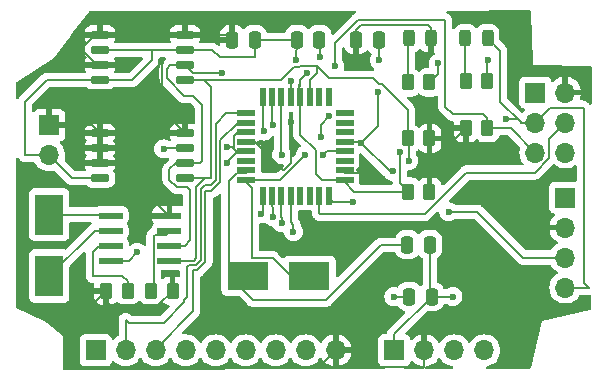
<source format=gtl>
%TF.GenerationSoftware,KiCad,Pcbnew,7.0.11-rc3*%
%TF.CreationDate,2024-07-02T00:11:53+05:30*%
%TF.ProjectId,MCUdatalogger_V1,4d435564-6174-4616-9c6f-676765725f56,rev?*%
%TF.SameCoordinates,Original*%
%TF.FileFunction,Copper,L1,Top*%
%TF.FilePolarity,Positive*%
%FSLAX46Y46*%
G04 Gerber Fmt 4.6, Leading zero omitted, Abs format (unit mm)*
G04 Created by KiCad (PCBNEW 7.0.11-rc3) date 2024-07-02 00:11:53*
%MOMM*%
%LPD*%
G01*
G04 APERTURE LIST*
G04 Aperture macros list*
%AMRoundRect*
0 Rectangle with rounded corners*
0 $1 Rounding radius*
0 $2 $3 $4 $5 $6 $7 $8 $9 X,Y pos of 4 corners*
0 Add a 4 corners polygon primitive as box body*
4,1,4,$2,$3,$4,$5,$6,$7,$8,$9,$2,$3,0*
0 Add four circle primitives for the rounded corners*
1,1,$1+$1,$2,$3*
1,1,$1+$1,$4,$5*
1,1,$1+$1,$6,$7*
1,1,$1+$1,$8,$9*
0 Add four rect primitives between the rounded corners*
20,1,$1+$1,$2,$3,$4,$5,0*
20,1,$1+$1,$4,$5,$6,$7,0*
20,1,$1+$1,$6,$7,$8,$9,0*
20,1,$1+$1,$8,$9,$2,$3,0*%
G04 Aperture macros list end*
%TA.AperFunction,SMDPad,CuDef*%
%ADD10RoundRect,0.250000X0.262500X0.450000X-0.262500X0.450000X-0.262500X-0.450000X0.262500X-0.450000X0*%
%TD*%
%TA.AperFunction,SMDPad,CuDef*%
%ADD11RoundRect,0.150000X-0.650000X-0.150000X0.650000X-0.150000X0.650000X0.150000X-0.650000X0.150000X0*%
%TD*%
%TA.AperFunction,ComponentPad*%
%ADD12R,1.700000X1.700000*%
%TD*%
%TA.AperFunction,ComponentPad*%
%ADD13O,1.700000X1.700000*%
%TD*%
%TA.AperFunction,SMDPad,CuDef*%
%ADD14RoundRect,0.250000X-0.250000X-0.475000X0.250000X-0.475000X0.250000X0.475000X-0.250000X0.475000X0*%
%TD*%
%TA.AperFunction,SMDPad,CuDef*%
%ADD15RoundRect,0.250000X0.250000X0.475000X-0.250000X0.475000X-0.250000X-0.475000X0.250000X-0.475000X0*%
%TD*%
%TA.AperFunction,SMDPad,CuDef*%
%ADD16RoundRect,0.243750X-0.243750X-0.456250X0.243750X-0.456250X0.243750X0.456250X-0.243750X0.456250X0*%
%TD*%
%TA.AperFunction,SMDPad,CuDef*%
%ADD17R,3.500000X2.400000*%
%TD*%
%TA.AperFunction,SMDPad,CuDef*%
%ADD18RoundRect,0.250000X-0.262500X-0.450000X0.262500X-0.450000X0.262500X0.450000X-0.262500X0.450000X0*%
%TD*%
%TA.AperFunction,SMDPad,CuDef*%
%ADD19RoundRect,0.068750X-0.666250X-0.206250X0.666250X-0.206250X0.666250X0.206250X-0.666250X0.206250X0*%
%TD*%
%TA.AperFunction,SMDPad,CuDef*%
%ADD20RoundRect,0.068750X-0.206250X-0.666250X0.206250X-0.666250X0.206250X0.666250X-0.206250X0.666250X0*%
%TD*%
%TA.AperFunction,SMDPad,CuDef*%
%ADD21RoundRect,0.073750X-0.911250X-0.221250X0.911250X-0.221250X0.911250X0.221250X-0.911250X0.221250X0*%
%TD*%
%TA.AperFunction,SMDPad,CuDef*%
%ADD22R,2.400000X3.500000*%
%TD*%
%TA.AperFunction,ViaPad*%
%ADD23C,0.600000*%
%TD*%
%TA.AperFunction,Conductor*%
%ADD24C,0.200000*%
%TD*%
G04 APERTURE END LIST*
D10*
%TO.P,R4,1*%
%TO.N,/VCC*%
X112202500Y-55725000D03*
%TO.P,R4,2*%
%TO.N,/SDA*%
X110377500Y-55725000D03*
%TD*%
D11*
%TO.P,U1,1,A0*%
%TO.N,/VCC*%
X84305000Y-55275000D03*
%TO.P,U1,2,A1*%
X84305000Y-56545000D03*
%TO.P,U1,3,A2*%
X84305000Y-57815000D03*
%TO.P,U1,4,GND*%
%TO.N,GND*%
X84305000Y-59085000D03*
%TO.P,U1,5,SDA*%
%TO.N,/SDA*%
X91505000Y-59085000D03*
%TO.P,U1,6,SCL*%
%TO.N,/SCK*%
X91505000Y-57815000D03*
%TO.P,U1,7,WP*%
%TO.N,GND*%
X91505000Y-56545000D03*
%TO.P,U1,8,VCC*%
%TO.N,/VCC*%
X91505000Y-55275000D03*
%TD*%
D10*
%TO.P,R2,1*%
%TO.N,/VCC*%
X90447500Y-68610000D03*
%TO.P,R2,2*%
%TO.N,Net-(U2-SQW{slash}~{INT})*%
X88622500Y-68610000D03*
%TD*%
D12*
%TO.P,J1,1,Pin_1*%
%TO.N,GND*%
X123705000Y-60725000D03*
D13*
%TO.P,J1,2,Pin_2*%
%TO.N,/VCC*%
X123705000Y-63265000D03*
%TO.P,J1,3,Pin_3*%
%TO.N,/SDA*%
X123705000Y-65805000D03*
%TO.P,J1,4,Pin_4*%
%TO.N,/SCK*%
X123705000Y-68345000D03*
%TD*%
D14*
%TO.P,C1,1*%
%TO.N,/VCC*%
X95490000Y-47360000D03*
%TO.P,C1,2*%
%TO.N,GND*%
X97390000Y-47360000D03*
%TD*%
D15*
%TO.P,C4,1*%
%TO.N,GND*%
X112390000Y-69110000D03*
%TO.P,C4,2*%
%TO.N,Net-(U4-AREF)*%
X110490000Y-69110000D03*
%TD*%
D16*
%TO.P,D1,1,K*%
%TO.N,Net-(D1-K)*%
X115252500Y-47240000D03*
%TO.P,D1,2,A*%
%TO.N,/SCK*%
X117127500Y-47240000D03*
%TD*%
D17*
%TO.P,Y2,1,1*%
%TO.N,Net-(U4-PB7)*%
X102040000Y-67360000D03*
%TO.P,Y2,2,2*%
%TO.N,Net-(U4-PB6)*%
X96840000Y-67360000D03*
%TD*%
D18*
%TO.P,R6,1*%
%TO.N,/VCC*%
X115277500Y-54860000D03*
%TO.P,R6,2*%
%TO.N,/RESET*%
X117102500Y-54860000D03*
%TD*%
%TO.P,R3,1*%
%TO.N,/SCK*%
X110377500Y-60225000D03*
%TO.P,R3,2*%
%TO.N,/VCC*%
X112202500Y-60225000D03*
%TD*%
D12*
%TO.P,BT1,1,+*%
%TO.N,/VCC*%
X80010000Y-54610000D03*
D13*
%TO.P,BT1,2,-*%
%TO.N,GND*%
X80010000Y-57150000D03*
%TD*%
D19*
%TO.P,U4,1,PD3*%
%TO.N,/D3*%
X96700000Y-53610000D03*
%TO.P,U4,2,PD4*%
%TO.N,/D4*%
X96700000Y-54410000D03*
%TO.P,U4,3,GND*%
%TO.N,GND*%
X96700000Y-55210000D03*
%TO.P,U4,4,VCC*%
%TO.N,/VCC*%
X96700000Y-56010000D03*
%TO.P,U4,5,GND*%
%TO.N,GND*%
X96700000Y-56810000D03*
%TO.P,U4,6,VCC*%
%TO.N,unconnected-(U4-VCC-Pad6)*%
X96700000Y-57610000D03*
%TO.P,U4,7,PB6*%
%TO.N,Net-(U4-PB6)*%
X96700000Y-58410000D03*
%TO.P,U4,8,PB7*%
%TO.N,Net-(U4-PB7)*%
X96700000Y-59210000D03*
D20*
%TO.P,U4,9,PD5*%
%TO.N,/D5*%
X98070000Y-60580000D03*
%TO.P,U4,10,PD6*%
%TO.N,/D6*%
X98870000Y-60580000D03*
%TO.P,U4,11,PD7*%
%TO.N,/D7*%
X99670000Y-60580000D03*
%TO.P,U4,12,PB0*%
%TO.N,/D8*%
X100470000Y-60580000D03*
%TO.P,U4,13,PB1*%
%TO.N,unconnected-(U4-PB1-Pad13)*%
X101270000Y-60580000D03*
%TO.P,U4,14,PB2*%
%TO.N,unconnected-(U4-PB2-Pad14)*%
X102070000Y-60580000D03*
%TO.P,U4,15,PB3*%
%TO.N,/MOSI*%
X102870000Y-60580000D03*
%TO.P,U4,16,PB4*%
%TO.N,/MISO*%
X103670000Y-60580000D03*
D19*
%TO.P,U4,17,PB5*%
%TO.N,/SCK*%
X105040000Y-59210000D03*
%TO.P,U4,18,AVCC*%
%TO.N,/VCC*%
X105040000Y-58410000D03*
%TO.P,U4,19,ADC6*%
%TO.N,unconnected-(U4-ADC6-Pad19)*%
X105040000Y-57610000D03*
%TO.P,U4,20,AREF*%
%TO.N,Net-(U4-AREF)*%
X105040000Y-56810000D03*
%TO.P,U4,21,GND*%
%TO.N,GND*%
X105040000Y-56010000D03*
%TO.P,U4,22,ADC7*%
%TO.N,unconnected-(U4-ADC7-Pad22)*%
X105040000Y-55210000D03*
%TO.P,U4,23,PC0*%
%TO.N,unconnected-(U4-PC0-Pad23)*%
X105040000Y-54410000D03*
%TO.P,U4,24,PC1*%
%TO.N,unconnected-(U4-PC1-Pad24)*%
X105040000Y-53610000D03*
D20*
%TO.P,U4,25,PC2*%
%TO.N,unconnected-(U4-PC2-Pad25)*%
X103670000Y-52240000D03*
%TO.P,U4,26,PC3*%
%TO.N,unconnected-(U4-PC3-Pad26)*%
X102870000Y-52240000D03*
%TO.P,U4,27,PC4*%
%TO.N,/SDA*%
X102070000Y-52240000D03*
%TO.P,U4,28,PC5*%
%TO.N,/SCK*%
X101270000Y-52240000D03*
%TO.P,U4,29,PC6/~{RESET}*%
%TO.N,/RESET*%
X100470000Y-52240000D03*
%TO.P,U4,30,PD0*%
%TO.N,/RX*%
X99670000Y-52240000D03*
%TO.P,U4,31,PD1*%
%TO.N,/TX*%
X98870000Y-52240000D03*
%TO.P,U4,32,PD2*%
%TO.N,/D2*%
X98070000Y-52240000D03*
%TD*%
D12*
%TO.P,J3,1,Pin_1*%
%TO.N,GND*%
X109220000Y-73660000D03*
D13*
%TO.P,J3,2,Pin_2*%
%TO.N,/VCC*%
X111760000Y-73660000D03*
%TO.P,J3,3,Pin_3*%
%TO.N,/RX*%
X114300000Y-73660000D03*
%TO.P,J3,4,Pin_4*%
%TO.N,/TX*%
X116840000Y-73660000D03*
%TD*%
D21*
%TO.P,U2,1,X1*%
%TO.N,Net-(U2-X1)*%
X85240000Y-62260000D03*
%TO.P,U2,2,X2*%
%TO.N,Net-(U2-X2)*%
X85240000Y-63530000D03*
%TO.P,U2,3,~{INTA}*%
%TO.N,Net-(U2-~{INTA})*%
X85240000Y-64800000D03*
%TO.P,U2,4,GND*%
%TO.N,GND*%
X85240000Y-66070000D03*
%TO.P,U2,5,SDA*%
%TO.N,/SDA*%
X90190000Y-66070000D03*
%TO.P,U2,6,SCL*%
%TO.N,/SCK*%
X90190000Y-64800000D03*
%TO.P,U2,7,SQW/~{INT}*%
%TO.N,Net-(U2-SQW{slash}~{INT})*%
X90190000Y-63530000D03*
%TO.P,U2,8,VCC*%
%TO.N,/VCC*%
X90190000Y-62260000D03*
%TD*%
D11*
%TO.P,U3,1,A0*%
%TO.N,/VCC*%
X84305000Y-46955000D03*
%TO.P,U3,2,A1*%
%TO.N,GND*%
X84305000Y-48225000D03*
%TO.P,U3,3,A2*%
%TO.N,/VCC*%
X84305000Y-49495000D03*
%TO.P,U3,4,GND*%
%TO.N,GND*%
X84305000Y-50765000D03*
%TO.P,U3,5,SDA*%
%TO.N,/SDA*%
X91505000Y-50765000D03*
%TO.P,U3,6,SCL*%
%TO.N,/SCK*%
X91505000Y-49495000D03*
%TO.P,U3,7,WP*%
%TO.N,GND*%
X91505000Y-48225000D03*
%TO.P,U3,8,VCC*%
%TO.N,/VCC*%
X91505000Y-46955000D03*
%TD*%
D22*
%TO.P,Y1,1,1*%
%TO.N,Net-(U2-X2)*%
X80010000Y-67370000D03*
%TO.P,Y1,2,2*%
%TO.N,Net-(U2-X1)*%
X80010000Y-62170000D03*
%TD*%
D14*
%TO.P,C5,1*%
%TO.N,/VCC*%
X105990000Y-47360000D03*
%TO.P,C5,2*%
%TO.N,GND*%
X107890000Y-47360000D03*
%TD*%
D10*
%TO.P,R5,1*%
%TO.N,GND*%
X117102500Y-50860000D03*
%TO.P,R5,2*%
%TO.N,Net-(D1-K)*%
X115277500Y-50860000D03*
%TD*%
D14*
%TO.P,C3,1*%
%TO.N,GND*%
X100990000Y-47360000D03*
%TO.P,C3,2*%
%TO.N,Net-(U4-PB7)*%
X102890000Y-47360000D03*
%TD*%
D18*
%TO.P,R1,1*%
%TO.N,/VCC*%
X84812500Y-68610000D03*
%TO.P,R1,2*%
%TO.N,Net-(U2-~{INTA})*%
X86637500Y-68610000D03*
%TD*%
D12*
%TO.P,J4,1,Pin_1*%
%TO.N,/MISO*%
X121165000Y-51835000D03*
D13*
%TO.P,J4,2,Pin_2*%
%TO.N,/VCC*%
X123705000Y-51835000D03*
%TO.P,J4,3,Pin_3*%
%TO.N,/SCK*%
X121165000Y-54375000D03*
%TO.P,J4,4,Pin_4*%
%TO.N,/MOSI*%
X123705000Y-54375000D03*
%TO.P,J4,5,Pin_5*%
%TO.N,/RESET*%
X121165000Y-56915000D03*
%TO.P,J4,6,Pin_6*%
%TO.N,GND*%
X123705000Y-56915000D03*
%TD*%
D15*
%TO.P,C2,1*%
%TO.N,GND*%
X112240000Y-64725000D03*
%TO.P,C2,2*%
%TO.N,Net-(U4-PB6)*%
X110340000Y-64725000D03*
%TD*%
D16*
%TO.P,D2,1,K*%
%TO.N,Net-(D2-K)*%
X110475000Y-47240000D03*
%TO.P,D2,2,A*%
%TO.N,/VCC*%
X112350000Y-47240000D03*
%TD*%
D12*
%TO.P,J2,1,Pin_1*%
%TO.N,/D2*%
X83940000Y-73660000D03*
D13*
%TO.P,J2,2,Pin_2*%
%TO.N,/D3*%
X86480000Y-73660000D03*
%TO.P,J2,3,Pin_3*%
%TO.N,/D4*%
X89020000Y-73660000D03*
%TO.P,J2,4,Pin_4*%
%TO.N,/D5*%
X91560000Y-73660000D03*
%TO.P,J2,5,Pin_5*%
%TO.N,/D6*%
X94100000Y-73660000D03*
%TO.P,J2,6,Pin_6*%
%TO.N,/D7*%
X96640000Y-73660000D03*
%TO.P,J2,7,Pin_7*%
%TO.N,/D8*%
X99180000Y-73660000D03*
%TO.P,J2,8,Pin_8*%
%TO.N,GND*%
X101720000Y-73660000D03*
%TO.P,J2,9,Pin_9*%
%TO.N,/VCC*%
X104260000Y-73660000D03*
%TD*%
D18*
%TO.P,R7,1*%
%TO.N,Net-(D2-K)*%
X110377500Y-50975000D03*
%TO.P,R7,2*%
%TO.N,GND*%
X112202500Y-50975000D03*
%TD*%
D23*
%TO.N,/VCC*%
X106690000Y-49110000D03*
X100440000Y-54360000D03*
X107190000Y-58110000D03*
%TO.N,GND*%
X114190000Y-69110000D03*
X112940000Y-49360000D03*
X112940000Y-49360000D03*
X107940000Y-49110000D03*
X95090000Y-56410000D03*
X95090000Y-57810000D03*
X107840735Y-51810000D03*
X100940000Y-49110000D03*
X117190000Y-49110000D03*
X87472287Y-65360000D03*
X106440000Y-56110000D03*
X89690000Y-56610000D03*
X109090000Y-58510000D03*
%TO.N,/VCC*%
X116440000Y-57360000D03*
X89490000Y-46955000D03*
X116440000Y-57360000D03*
X89490000Y-49210000D03*
%TO.N,Net-(U4-PB7)*%
X103690000Y-53860000D03*
X102940000Y-48860000D03*
X102989265Y-55560735D03*
X101690000Y-57110000D03*
%TO.N,Net-(U4-AREF)*%
X109190000Y-69110000D03*
X103190000Y-57110000D03*
%TO.N,/SCK*%
X109690000Y-56860000D03*
X94665000Y-50165000D03*
X101809187Y-50210000D03*
X118690000Y-54110000D03*
%TO.N,/SDA*%
X110440000Y-57610000D03*
X113840000Y-61935000D03*
X113840000Y-61935000D03*
%TO.N,/RX*%
X99690000Y-57110000D03*
%TO.N,/TX*%
X98940000Y-54610000D03*
%TO.N,/D2*%
X98190000Y-55110000D03*
%TO.N,/D5*%
X97940000Y-62110000D03*
%TO.N,/D6*%
X98940000Y-62360000D03*
%TO.N,/D7*%
X99690000Y-62860000D03*
%TO.N,/D8*%
X100690000Y-63610000D03*
%TO.N,/MISO*%
X105690000Y-61110000D03*
%TO.N,/RESET*%
X100440000Y-50860000D03*
X104190000Y-49610000D03*
%TD*%
D24*
%TO.N,/RESET*%
X104190000Y-47650256D02*
X104190000Y-49610000D01*
X114165000Y-53660000D02*
X113540000Y-53035000D01*
X113540000Y-45710000D02*
X106130256Y-45710000D01*
X106130256Y-45710000D02*
X104190000Y-47650256D01*
X117102500Y-54022500D02*
X116740000Y-53660000D01*
X113540000Y-53035000D02*
X113540000Y-45710000D01*
X117102500Y-54860000D02*
X117102500Y-54022500D01*
X116740000Y-53660000D02*
X114165000Y-53660000D01*
%TO.N,/SCK*%
X92190000Y-52110000D02*
X91409448Y-52110000D01*
X89940000Y-50640552D02*
X89940000Y-49810000D01*
X92940000Y-52860000D02*
X92190000Y-52110000D01*
X90255000Y-49495000D02*
X91505000Y-49495000D01*
X91409448Y-52110000D02*
X89940000Y-50640552D01*
X92940000Y-57610000D02*
X92940000Y-52860000D01*
X92735000Y-57815000D02*
X92940000Y-57610000D01*
X89940000Y-49810000D02*
X90255000Y-49495000D01*
X91505000Y-57815000D02*
X92735000Y-57815000D01*
%TO.N,/VCC*%
X112090000Y-46110000D02*
X112350000Y-46370000D01*
X106440000Y-46110000D02*
X112090000Y-46110000D01*
X105990000Y-46560000D02*
X106440000Y-46110000D01*
X105990000Y-47360000D02*
X105990000Y-46560000D01*
X112350000Y-46370000D02*
X112350000Y-47240000D01*
X83640000Y-54610000D02*
X84305000Y-55275000D01*
X80010000Y-54610000D02*
X83640000Y-54610000D01*
%TO.N,/SDA*%
X116265000Y-61935000D02*
X120135000Y-65805000D01*
X113840000Y-61935000D02*
X116265000Y-61935000D01*
X120135000Y-65805000D02*
X123705000Y-65805000D01*
%TO.N,/VCC*%
X99874314Y-58360000D02*
X100440000Y-57794314D01*
X107190000Y-58110000D02*
X106690000Y-58610000D01*
X99785000Y-58360000D02*
X99874314Y-58360000D01*
X96700000Y-56010000D02*
X97435000Y-56010000D01*
X105990000Y-48410000D02*
X106690000Y-49110000D01*
X106690000Y-58610000D02*
X105040000Y-58610000D01*
X100440000Y-57794314D02*
X100440000Y-54360000D01*
X105990000Y-47360000D02*
X105990000Y-48410000D01*
X97435000Y-56010000D02*
X99785000Y-58360000D01*
%TO.N,GND*%
X96700000Y-56810000D02*
X95990000Y-56810000D01*
X87035000Y-50765000D02*
X88690000Y-49110000D01*
X109220000Y-72280000D02*
X112390000Y-69110000D01*
X112240000Y-68960000D02*
X112390000Y-69110000D01*
X95990000Y-56810000D02*
X95949259Y-56869259D01*
X107940000Y-49110000D02*
X107890000Y-49060000D01*
X77940000Y-57110000D02*
X77940000Y-52610000D01*
X112240000Y-64725000D02*
X112240000Y-68960000D01*
X95090000Y-56410000D02*
X95490000Y-56410000D01*
X100940000Y-49110000D02*
X100990000Y-47360000D01*
X96700000Y-55210000D02*
X95965000Y-55210000D01*
X84305000Y-59085000D02*
X81945000Y-59085000D01*
X93805000Y-48225000D02*
X94440000Y-48860000D01*
X95665000Y-55510000D02*
X95665000Y-56585000D01*
X88690000Y-49110000D02*
X88690000Y-48225000D01*
X95965000Y-55210000D02*
X95665000Y-55510000D01*
X108840000Y-58510000D02*
X109090000Y-58510000D01*
X77940000Y-52610000D02*
X79785000Y-50765000D01*
X97440000Y-48860000D02*
X97390000Y-48810000D01*
X88690000Y-48225000D02*
X91505000Y-48225000D01*
X97390000Y-47360000D02*
X100990000Y-47360000D01*
X112940000Y-49360000D02*
X112940000Y-50237500D01*
X95490000Y-56410000D02*
X95665000Y-56585000D01*
X112940000Y-50237500D02*
X112202500Y-50975000D01*
X95949259Y-56869259D02*
X95090000Y-57728518D01*
X79785000Y-50765000D02*
X84305000Y-50765000D01*
X97390000Y-48810000D02*
X97390000Y-47360000D01*
X95665000Y-56585000D02*
X95949259Y-56869259D01*
X94440000Y-48860000D02*
X97440000Y-48860000D01*
X87440000Y-65360000D02*
X87472287Y-65360000D01*
X109220000Y-73660000D02*
X109220000Y-72280000D01*
X107840735Y-54709265D02*
X106440000Y-56110000D01*
X87485468Y-65373181D02*
X87472287Y-65360000D01*
X86730000Y-66070000D02*
X87440000Y-65360000D01*
X107890000Y-47360000D02*
X107940000Y-49110000D01*
X95090000Y-57728518D02*
X95090000Y-57810000D01*
X107840735Y-51810000D02*
X107840735Y-54709265D01*
X80010000Y-57150000D02*
X77980000Y-57150000D01*
X91505000Y-56545000D02*
X89755000Y-56545000D01*
X100990000Y-49060000D02*
X100940000Y-49110000D01*
X106340000Y-56010000D02*
X106440000Y-56110000D01*
X112390000Y-69110000D02*
X114190000Y-69110000D01*
X85240000Y-66070000D02*
X86730000Y-66070000D01*
X81945000Y-59085000D02*
X80010000Y-57150000D01*
X77980000Y-57150000D02*
X77940000Y-57110000D01*
X105040000Y-56010000D02*
X106340000Y-56010000D01*
X84305000Y-48225000D02*
X88690000Y-48225000D01*
X106440000Y-56110000D02*
X108840000Y-58510000D01*
X89755000Y-56545000D02*
X89690000Y-56610000D01*
X91505000Y-48225000D02*
X93805000Y-48225000D01*
X84305000Y-50765000D02*
X87035000Y-50765000D01*
X117102500Y-50860000D02*
X117102500Y-49197500D01*
X117102500Y-49197500D02*
X117190000Y-49110000D01*
%TO.N,/VCC*%
X91505000Y-46955000D02*
X95085000Y-46955000D01*
X85745000Y-57815000D02*
X84305000Y-57815000D01*
X84305000Y-57815000D02*
X85985000Y-57815000D01*
X84305000Y-46955000D02*
X83845000Y-46955000D01*
X115940000Y-57860000D02*
X116440000Y-57360000D01*
X89540000Y-53310000D02*
X89540000Y-49260000D01*
X111690000Y-75109999D02*
X103290000Y-75109999D01*
X85190000Y-69860000D02*
X89197500Y-69860000D01*
X95085000Y-46955000D02*
X95490000Y-47360000D01*
X89490000Y-46955000D02*
X84305000Y-46955000D01*
X89540000Y-49260000D02*
X89490000Y-49210000D01*
X103290000Y-75109999D02*
X103290000Y-74630000D01*
X84305000Y-55275000D02*
X84305000Y-56545000D01*
X104260000Y-75109999D02*
X81440000Y-75110000D01*
X104260000Y-73660000D02*
X104260000Y-75109999D01*
X82690000Y-48110000D02*
X84075000Y-49495000D01*
X84305000Y-57815000D02*
X84305000Y-56545000D01*
X114412500Y-55725000D02*
X115277500Y-54860000D01*
X112202500Y-57860000D02*
X115940000Y-57860000D01*
X91505000Y-55275000D02*
X89540000Y-53310000D01*
X81440000Y-75110000D02*
X81440000Y-71982500D01*
X91505000Y-46955000D02*
X89490000Y-46955000D01*
X85985000Y-57815000D02*
X88525000Y-55275000D01*
X89197500Y-69860000D02*
X90447500Y-68610000D01*
X84075000Y-49495000D02*
X84305000Y-49495000D01*
X84812500Y-68610000D02*
X84812500Y-68237500D01*
X90190000Y-62260000D02*
X85745000Y-57815000D01*
X112202500Y-55725000D02*
X112202500Y-57860000D01*
X112202500Y-55725000D02*
X114412500Y-55725000D01*
X89205000Y-62260000D02*
X90190000Y-62260000D01*
X84812500Y-68610000D02*
X84812500Y-69482500D01*
X111760000Y-75039999D02*
X111690000Y-75109999D01*
X88525000Y-55275000D02*
X91505000Y-55275000D01*
X83845000Y-46955000D02*
X82690000Y-48110000D01*
X111760000Y-73660000D02*
X111760000Y-75039999D01*
X112202500Y-57860000D02*
X112202500Y-60225000D01*
X81440000Y-71982500D02*
X84812500Y-68610000D01*
X103290000Y-74630000D02*
X104260000Y-73660000D01*
X84812500Y-69482500D02*
X85190000Y-69860000D01*
%TO.N,Net-(U4-PB6)*%
X95904104Y-58610000D02*
X95190000Y-59324104D01*
X97240000Y-69360000D02*
X103440000Y-69360000D01*
X103440000Y-69360000D02*
X108075000Y-64725000D01*
X96700000Y-58610000D02*
X95904104Y-58610000D01*
X108075000Y-64725000D02*
X110340000Y-64725000D01*
X95190000Y-59324104D02*
X95190000Y-67310000D01*
X95190000Y-67310000D02*
X97240000Y-69360000D01*
%TO.N,Net-(U4-PB7)*%
X96700000Y-59210000D02*
X99590000Y-59210000D01*
X102989265Y-54560735D02*
X103690000Y-53860000D01*
X100390000Y-67310000D02*
X98940000Y-65860000D01*
X100390000Y-67310000D02*
X100390000Y-67660000D01*
X102989265Y-55560735D02*
X102989265Y-54560735D01*
X102940000Y-47410000D02*
X102890000Y-47360000D01*
X99590000Y-59210000D02*
X101690000Y-57110000D01*
X98940000Y-65860000D02*
X97190000Y-65860000D01*
X102940000Y-48860000D02*
X102940000Y-47410000D01*
X97190000Y-65860000D02*
X97190000Y-59900000D01*
X97190000Y-59900000D02*
X96700000Y-59410000D01*
%TO.N,Net-(U4-AREF)*%
X110490000Y-69110000D02*
X109190000Y-69110000D01*
X109190000Y-69110000D02*
X109440000Y-69110000D01*
X105040000Y-56810000D02*
X103490000Y-56810000D01*
X103490000Y-56810000D02*
X103190000Y-57110000D01*
%TO.N,Net-(D1-K)*%
X115252500Y-50835000D02*
X115277500Y-50860000D01*
X115252500Y-47240000D02*
X115252500Y-50835000D01*
%TO.N,/SCK*%
X90190000Y-59210552D02*
X90190000Y-58330001D01*
X101270000Y-50749187D02*
X101270000Y-51255686D01*
X103090000Y-59210000D02*
X102590000Y-58710000D01*
X91940000Y-64360000D02*
X91940000Y-60110000D01*
X125290000Y-53210000D02*
X125190000Y-53110000D01*
X119940000Y-54360000D02*
X119955000Y-54375000D01*
X123705000Y-68345000D02*
X125675000Y-68345000D01*
X110377500Y-60225000D02*
X110377500Y-59797500D01*
X102590000Y-58710000D02*
X102590000Y-56710000D01*
X101190000Y-51110000D02*
X101270000Y-52440000D01*
X92365552Y-50185000D02*
X92345552Y-50165000D01*
X125290000Y-67960000D02*
X125290000Y-53210000D01*
X125190000Y-53110000D02*
X122430000Y-53110000D01*
X117127500Y-47240000D02*
X118190000Y-48302500D01*
X90839448Y-59860000D02*
X90190000Y-59210552D01*
X94645000Y-50185000D02*
X92365552Y-50185000D01*
X91500000Y-64800000D02*
X91940000Y-64360000D01*
X122430000Y-53110000D02*
X121165000Y-54375000D01*
X118690000Y-54110000D02*
X119690000Y-54110000D01*
X101809187Y-50210000D02*
X101270000Y-50749187D01*
X94665000Y-50165000D02*
X94645000Y-50185000D01*
X90705001Y-57815000D02*
X91505000Y-57815000D01*
X118190000Y-52610000D02*
X119940000Y-54360000D01*
X92345552Y-50165000D02*
X92175000Y-50165000D01*
X101270000Y-51255686D02*
X101190000Y-51110000D01*
X91940000Y-60110000D02*
X91690000Y-59860000D01*
X105855000Y-60225000D02*
X105040000Y-59410000D01*
X102590000Y-56710000D02*
X101270000Y-55390000D01*
X90190000Y-64800000D02*
X91500000Y-64800000D01*
X118190000Y-48302500D02*
X118190000Y-52610000D01*
X105040000Y-59210000D02*
X103090000Y-59210000D01*
X119955000Y-54375000D02*
X121165000Y-54375000D01*
X91690000Y-59860000D02*
X90839448Y-59860000D01*
X125675000Y-68345000D02*
X125290000Y-67960000D01*
X110377500Y-60225000D02*
X109690000Y-59537500D01*
X119690000Y-54110000D02*
X119940000Y-54360000D01*
X109690000Y-59537500D02*
X109690000Y-56860000D01*
X90190000Y-58330001D02*
X90705001Y-57815000D01*
X92175000Y-50165000D02*
X91505000Y-49495000D01*
X110377500Y-60225000D02*
X105855000Y-60225000D01*
X101270000Y-55390000D02*
X101270000Y-52240000D01*
%TO.N,Net-(D2-K)*%
X110377500Y-47337500D02*
X110475000Y-47240000D01*
X110377500Y-50975000D02*
X110377500Y-47337500D01*
%TO.N,/SDA*%
X102690000Y-50177716D02*
X102690000Y-49610000D01*
X110440000Y-55787500D02*
X110377500Y-55725000D01*
X110440000Y-57610000D02*
X110440000Y-55787500D01*
X92329999Y-59110000D02*
X93190000Y-59110000D01*
X101188529Y-49710000D02*
X100691471Y-49710000D01*
X99636471Y-50765000D02*
X91505000Y-50765000D01*
X93690000Y-59110000D02*
X93690000Y-51360000D01*
X103690000Y-50610000D02*
X102690000Y-49610000D01*
X110377500Y-55725000D02*
X110377500Y-53297500D01*
X91505000Y-59085000D02*
X92304999Y-59085000D01*
X93095000Y-50765000D02*
X91505000Y-50765000D01*
X107440000Y-50610000D02*
X103690000Y-50610000D01*
X102070000Y-50797716D02*
X102690000Y-50177716D01*
X102690000Y-49610000D02*
X101288529Y-49610000D01*
X90190000Y-66070000D02*
X92230000Y-66070000D01*
X92304999Y-59085000D02*
X92329999Y-59110000D01*
X92440000Y-59860000D02*
X93190000Y-59110000D01*
X108190000Y-51110000D02*
X107940000Y-51110000D01*
X102070000Y-52240000D02*
X102070000Y-50797716D01*
X107940000Y-51110000D02*
X107440000Y-50610000D01*
X92230000Y-66070000D02*
X92440000Y-65860000D01*
X100691471Y-49710000D02*
X99636471Y-50765000D01*
X101288529Y-49610000D02*
X101188529Y-49710000D01*
X92440000Y-65860000D02*
X92440000Y-59860000D01*
X110377500Y-53297500D02*
X108190000Y-51110000D01*
X93690000Y-51360000D02*
X93095000Y-50765000D01*
X93190000Y-59110000D02*
X93690000Y-59110000D01*
%TO.N,/RX*%
X99690000Y-57110000D02*
X99670000Y-57090000D01*
X99670000Y-57090000D02*
X99670000Y-52440000D01*
%TO.N,/TX*%
X98940000Y-54610000D02*
X98870000Y-54540000D01*
X98870000Y-54540000D02*
X98870000Y-52440000D01*
%TO.N,/D2*%
X98190000Y-55110000D02*
X98070000Y-54990000D01*
X98070000Y-54990000D02*
X98070000Y-52240000D01*
%TO.N,/D3*%
X92395685Y-66470000D02*
X91830000Y-66470000D01*
X94990000Y-53610000D02*
X96700000Y-53610000D01*
X94090000Y-54510000D02*
X94990000Y-53610000D01*
X92840000Y-60025686D02*
X92840000Y-66025686D01*
X93222843Y-59642843D02*
X92840000Y-60025686D01*
X92840000Y-66025686D02*
X92395685Y-66470000D01*
X91690000Y-69110000D02*
X91440000Y-69360000D01*
X91690000Y-66610000D02*
X91690000Y-69110000D01*
X91440000Y-69360000D02*
X91440000Y-69610000D01*
X89690000Y-71360000D02*
X86770000Y-71360000D01*
X94090000Y-54510000D02*
X94090000Y-59275685D01*
X86770000Y-71360000D02*
X86480000Y-71070000D01*
X93722842Y-59642843D02*
X93222843Y-59642843D01*
X86480000Y-71070000D02*
X86480000Y-73660000D01*
X91440000Y-69610000D02*
X89690000Y-71360000D01*
X91830000Y-66470000D02*
X91690000Y-66610000D01*
X94090000Y-59275685D02*
X93722842Y-59642843D01*
%TO.N,/D4*%
X94490000Y-55885000D02*
X94490000Y-59441371D01*
X93240000Y-60191372D02*
X93240000Y-66191371D01*
X92190000Y-66870000D02*
X92190000Y-70360000D01*
X94490000Y-59441371D02*
X93739999Y-60191372D01*
X93240000Y-66191371D02*
X92561370Y-66870000D01*
X92561370Y-66870000D02*
X92190000Y-66870000D01*
X93739999Y-60191372D02*
X93240000Y-60191372D01*
X89020000Y-73530000D02*
X89020000Y-73660000D01*
X95965000Y-54410000D02*
X94490000Y-55885000D01*
X92190000Y-70360000D02*
X89020000Y-73530000D01*
X96700000Y-54410000D02*
X95965000Y-54410000D01*
%TO.N,/D5*%
X98070000Y-61980000D02*
X97940000Y-62110000D01*
X98070000Y-60580000D02*
X98070000Y-61980000D01*
%TO.N,/D6*%
X98870000Y-60580000D02*
X98940000Y-62360000D01*
X98940000Y-62360000D02*
X98870000Y-62430000D01*
%TO.N,/D7*%
X99670000Y-62380000D02*
X99690000Y-62400000D01*
X99690000Y-62400000D02*
X99690000Y-62860000D01*
X99670000Y-60580000D02*
X99670000Y-62380000D01*
%TO.N,/D8*%
X100470000Y-60580000D02*
X100470000Y-62830000D01*
X100470000Y-62830000D02*
X100690000Y-63050000D01*
X100690000Y-63050000D02*
X100690000Y-63610000D01*
%TO.N,/MISO*%
X105690000Y-61110000D02*
X104000000Y-61110000D01*
X104000000Y-61110000D02*
X103670000Y-60780000D01*
%TO.N,/MOSI*%
X102940000Y-62110000D02*
X102870000Y-62040000D01*
X122315000Y-55765000D02*
X122315000Y-57391346D01*
X122315000Y-57391346D02*
X121096346Y-58610000D01*
X121096346Y-58610000D02*
X115314744Y-58610000D01*
X115314744Y-58610000D02*
X111814744Y-62110000D01*
X123705000Y-54375000D02*
X122315000Y-55765000D01*
X102870000Y-62040000D02*
X102870000Y-60780000D01*
X111814744Y-62110000D02*
X102940000Y-62110000D01*
%TO.N,/RESET*%
X119110000Y-54860000D02*
X121165000Y-56915000D01*
X117102500Y-54860000D02*
X119110000Y-54860000D01*
X100440000Y-52210000D02*
X100470000Y-52240000D01*
X100440000Y-50860000D02*
X100440000Y-52210000D01*
%TO.N,Net-(U2-~{INTA})*%
X86190000Y-67360000D02*
X83690000Y-67360000D01*
X83690000Y-65365000D02*
X84255000Y-64800000D01*
X86637500Y-67807500D02*
X86190000Y-67360000D01*
X84255000Y-64800000D02*
X85240000Y-64800000D01*
X83690000Y-67360000D02*
X83690000Y-65365000D01*
X86637500Y-68610000D02*
X86637500Y-67807500D01*
%TO.N,Net-(U2-SQW{slash}~{INT})*%
X88840000Y-63960000D02*
X88840000Y-68392500D01*
X88940000Y-63860000D02*
X88840000Y-63960000D01*
X88840000Y-68392500D02*
X88622500Y-68610000D01*
X90190000Y-63530000D02*
X89860000Y-63860000D01*
X89860000Y-63860000D02*
X88940000Y-63860000D01*
%TO.N,Net-(U2-X1)*%
X85150000Y-62170000D02*
X85240000Y-62260000D01*
X80010000Y-62170000D02*
X85150000Y-62170000D01*
%TO.N,Net-(U2-X2)*%
X83850000Y-63530000D02*
X85240000Y-63530000D01*
X80010000Y-67370000D02*
X83850000Y-63530000D01*
%TD*%
%TA.AperFunction,Conductor*%
%TO.N,/VCC*%
G36*
X89842826Y-48845185D02*
G01*
X89888581Y-48897989D01*
X89898525Y-48967147D01*
X89869500Y-49030703D01*
X89851273Y-49047876D01*
X89826718Y-49066716D01*
X89807489Y-49091775D01*
X89796798Y-49103965D01*
X89548965Y-49351798D01*
X89536775Y-49362489D01*
X89511719Y-49381716D01*
X89467320Y-49439578D01*
X89410892Y-49480780D01*
X89357559Y-49483956D01*
X89382524Y-49530995D01*
X89376712Y-49600623D01*
X89375614Y-49603364D01*
X89354957Y-49653234D01*
X89354955Y-49653239D01*
X89337609Y-49785000D01*
X89334318Y-49810000D01*
X89337713Y-49835788D01*
X89338439Y-49841301D01*
X89339500Y-49857487D01*
X89339500Y-50593064D01*
X89338439Y-50609249D01*
X89334318Y-50640550D01*
X89334318Y-50640553D01*
X89349827Y-50758355D01*
X89354955Y-50797312D01*
X89354956Y-50797314D01*
X89412868Y-50937127D01*
X89415464Y-50943393D01*
X89462353Y-51004500D01*
X89511719Y-51068835D01*
X89536769Y-51088056D01*
X89548964Y-51098751D01*
X90951247Y-52501034D01*
X90961941Y-52513228D01*
X90981165Y-52538281D01*
X91094122Y-52624956D01*
X91094123Y-52624957D01*
X91106605Y-52634535D01*
X91106606Y-52634535D01*
X91106607Y-52634536D01*
X91252686Y-52695044D01*
X91331067Y-52705363D01*
X91409447Y-52715682D01*
X91409448Y-52715682D01*
X91440750Y-52711560D01*
X91456935Y-52710500D01*
X91889903Y-52710500D01*
X91956942Y-52730185D01*
X91977584Y-52746819D01*
X92303181Y-53072416D01*
X92336666Y-53133739D01*
X92339500Y-53160097D01*
X92339500Y-54351000D01*
X92319815Y-54418039D01*
X92267011Y-54463794D01*
X92215500Y-54475000D01*
X91755000Y-54475000D01*
X91755000Y-55401000D01*
X91735315Y-55468039D01*
X91682511Y-55513794D01*
X91631000Y-55525000D01*
X90207705Y-55525000D01*
X90207704Y-55525001D01*
X90207899Y-55527486D01*
X90253718Y-55685198D01*
X90296406Y-55757379D01*
X90313589Y-55825103D01*
X90291429Y-55891365D01*
X90236963Y-55935129D01*
X90189674Y-55944500D01*
X90171195Y-55944500D01*
X90105222Y-55925493D01*
X90039524Y-55884211D01*
X89869254Y-55824631D01*
X89869249Y-55824630D01*
X89690004Y-55804435D01*
X89689996Y-55804435D01*
X89510750Y-55824630D01*
X89510745Y-55824631D01*
X89340476Y-55884211D01*
X89187737Y-55980184D01*
X89060184Y-56107737D01*
X88964211Y-56260476D01*
X88904631Y-56430745D01*
X88904630Y-56430750D01*
X88884435Y-56609996D01*
X88884435Y-56610003D01*
X88904630Y-56789249D01*
X88904631Y-56789254D01*
X88964211Y-56959523D01*
X89034030Y-57070638D01*
X89060184Y-57112262D01*
X89187738Y-57239816D01*
X89340478Y-57335789D01*
X89487854Y-57387358D01*
X89510745Y-57395368D01*
X89510750Y-57395369D01*
X89689996Y-57415565D01*
X89690000Y-57415565D01*
X89690004Y-57415565D01*
X89869249Y-57395369D01*
X89869251Y-57395368D01*
X89869255Y-57395368D01*
X89869258Y-57395366D01*
X89869262Y-57395366D01*
X89981214Y-57356192D01*
X90050992Y-57352629D01*
X90111620Y-57387358D01*
X90143848Y-57449351D01*
X90137443Y-57518927D01*
X90109850Y-57560914D01*
X89798965Y-57871799D01*
X89786775Y-57882490D01*
X89761716Y-57901719D01*
X89706897Y-57973163D01*
X89688585Y-57997028D01*
X89670842Y-58020150D01*
X89665463Y-58027161D01*
X89604956Y-58173238D01*
X89604955Y-58173240D01*
X89584318Y-58329999D01*
X89584318Y-58330000D01*
X89588439Y-58361302D01*
X89589500Y-58377488D01*
X89589500Y-59163064D01*
X89588439Y-59179249D01*
X89584318Y-59210550D01*
X89584318Y-59210552D01*
X89601953Y-59344501D01*
X89601954Y-59344506D01*
X89604955Y-59367311D01*
X89604956Y-59367314D01*
X89662484Y-59506200D01*
X89665464Y-59513393D01*
X89756989Y-59632671D01*
X89761719Y-59638835D01*
X89786769Y-59658056D01*
X89798964Y-59668751D01*
X90381246Y-60251033D01*
X90391941Y-60263228D01*
X90411166Y-60288282D01*
X90520421Y-60372116D01*
X90532992Y-60381762D01*
X90532991Y-60381763D01*
X90532996Y-60381765D01*
X90536607Y-60384536D01*
X90536609Y-60384537D01*
X90536613Y-60384539D01*
X90580002Y-60402511D01*
X90682686Y-60445044D01*
X90760702Y-60455315D01*
X90839447Y-60465682D01*
X90839448Y-60465682D01*
X90870750Y-60461560D01*
X90886935Y-60460500D01*
X91215500Y-60460500D01*
X91282539Y-60480185D01*
X91328294Y-60532989D01*
X91339500Y-60584500D01*
X91339500Y-61350020D01*
X91319815Y-61417059D01*
X91267011Y-61462814D01*
X91199315Y-61472959D01*
X91138866Y-61465001D01*
X91138849Y-61465000D01*
X90440000Y-61465000D01*
X90440000Y-62386000D01*
X90420315Y-62453039D01*
X90367511Y-62498794D01*
X90316000Y-62510000D01*
X88705000Y-62510000D01*
X88705000Y-62518863D01*
X88719768Y-62631028D01*
X88719769Y-62631032D01*
X88777578Y-62770598D01*
X88814797Y-62819102D01*
X88839991Y-62884272D01*
X88825953Y-62952716D01*
X88814798Y-62970074D01*
X88777143Y-63019147D01*
X88719282Y-63158837D01*
X88719281Y-63158841D01*
X88708768Y-63238694D01*
X88680501Y-63302590D01*
X88643267Y-63329781D01*
X88644201Y-63331398D01*
X88637158Y-63335464D01*
X88511715Y-63431720D01*
X88492495Y-63456769D01*
X88481799Y-63468966D01*
X88448964Y-63501800D01*
X88436775Y-63512489D01*
X88411716Y-63531718D01*
X88378863Y-63574535D01*
X88315464Y-63657158D01*
X88315461Y-63657163D01*
X88254957Y-63803234D01*
X88254955Y-63803239D01*
X88234381Y-63959522D01*
X88234318Y-63960000D01*
X88238439Y-63991301D01*
X88239500Y-64007487D01*
X88239500Y-64695773D01*
X88219815Y-64762812D01*
X88167011Y-64808567D01*
X88097853Y-64818511D01*
X88034297Y-64789486D01*
X88027819Y-64783454D01*
X87974549Y-64730184D01*
X87821810Y-64634211D01*
X87651541Y-64574631D01*
X87651536Y-64574630D01*
X87472291Y-64554435D01*
X87472283Y-64554435D01*
X87293037Y-64574630D01*
X87293032Y-64574631D01*
X87122763Y-64634211D01*
X86970024Y-64730184D01*
X86937179Y-64763029D01*
X86875855Y-64796514D01*
X86806164Y-64791528D01*
X86750231Y-64749656D01*
X86725815Y-64684191D01*
X86725499Y-64675347D01*
X86725499Y-64541111D01*
X86710720Y-64428848D01*
X86710719Y-64428847D01*
X86710719Y-64428841D01*
X86680133Y-64355000D01*
X86652856Y-64289146D01*
X86615518Y-64240487D01*
X86590323Y-64175318D01*
X86604361Y-64106873D01*
X86615518Y-64089513D01*
X86652856Y-64040853D01*
X86658394Y-64027482D01*
X86710719Y-63901159D01*
X86725500Y-63788887D01*
X86725499Y-63271114D01*
X86715230Y-63193111D01*
X86710720Y-63158848D01*
X86710719Y-63158847D01*
X86710719Y-63158841D01*
X86677935Y-63079694D01*
X86652856Y-63019146D01*
X86615518Y-62970487D01*
X86590323Y-62905318D01*
X86604361Y-62836873D01*
X86615518Y-62819513D01*
X86652856Y-62770853D01*
X86673767Y-62720369D01*
X86710719Y-62631159D01*
X86725500Y-62518887D01*
X86725499Y-62010000D01*
X88705000Y-62010000D01*
X89940000Y-62010000D01*
X89940000Y-61465000D01*
X89241136Y-61465000D01*
X89128971Y-61479768D01*
X89128967Y-61479769D01*
X88989401Y-61537578D01*
X88869547Y-61629547D01*
X88777578Y-61749401D01*
X88719769Y-61888967D01*
X88719768Y-61888971D01*
X88705000Y-62001136D01*
X88705000Y-62010000D01*
X86725499Y-62010000D01*
X86725499Y-62001114D01*
X86725436Y-62000638D01*
X86710720Y-61888848D01*
X86710719Y-61888847D01*
X86710719Y-61888841D01*
X86652856Y-61749147D01*
X86560810Y-61629190D01*
X86440853Y-61537144D01*
X86440852Y-61537143D01*
X86440850Y-61537142D01*
X86301162Y-61479282D01*
X86301160Y-61479281D01*
X86301159Y-61479281D01*
X86188887Y-61464500D01*
X84291111Y-61464500D01*
X84178848Y-61479279D01*
X84178837Y-61479282D01*
X84039148Y-61537142D01*
X84039142Y-61537146D01*
X84030371Y-61543877D01*
X83965202Y-61569070D01*
X83954887Y-61569500D01*
X81834499Y-61569500D01*
X81767460Y-61549815D01*
X81721705Y-61497011D01*
X81710499Y-61445500D01*
X81710499Y-60372129D01*
X81710498Y-60372123D01*
X81710497Y-60372116D01*
X81704091Y-60312517D01*
X81695051Y-60288280D01*
X81653797Y-60177671D01*
X81653793Y-60177664D01*
X81567547Y-60062455D01*
X81567544Y-60062452D01*
X81452335Y-59976206D01*
X81452328Y-59976202D01*
X81317482Y-59925908D01*
X81317483Y-59925908D01*
X81257883Y-59919501D01*
X81257881Y-59919500D01*
X81257873Y-59919500D01*
X81257864Y-59919500D01*
X78762129Y-59919500D01*
X78762123Y-59919501D01*
X78702516Y-59925908D01*
X78567671Y-59976202D01*
X78567664Y-59976206D01*
X78452455Y-60062452D01*
X78452452Y-60062455D01*
X78366206Y-60177664D01*
X78366202Y-60177671D01*
X78315908Y-60312517D01*
X78311771Y-60351000D01*
X78309501Y-60372123D01*
X78309500Y-60372135D01*
X78309500Y-63967870D01*
X78309501Y-63967876D01*
X78315908Y-64027483D01*
X78366202Y-64162328D01*
X78366206Y-64162335D01*
X78452452Y-64277544D01*
X78452455Y-64277547D01*
X78567664Y-64363793D01*
X78567671Y-64363797D01*
X78702517Y-64414091D01*
X78702516Y-64414091D01*
X78709444Y-64414835D01*
X78762127Y-64420500D01*
X81257872Y-64420499D01*
X81317483Y-64414091D01*
X81452331Y-64363796D01*
X81567546Y-64277546D01*
X81653796Y-64162331D01*
X81704091Y-64027483D01*
X81710500Y-63967873D01*
X81710500Y-62894500D01*
X81730185Y-62827461D01*
X81782989Y-62781706D01*
X81834500Y-62770500D01*
X83491354Y-62770500D01*
X83558393Y-62790185D01*
X83604148Y-62842989D01*
X83614092Y-62912147D01*
X83585067Y-62975703D01*
X83553354Y-63001887D01*
X83547159Y-63005463D01*
X83421718Y-63101716D01*
X83402489Y-63126775D01*
X83391798Y-63138965D01*
X81437053Y-65093710D01*
X81375730Y-65127195D01*
X81320863Y-65126707D01*
X81317484Y-65125908D01*
X81257883Y-65119501D01*
X81257881Y-65119500D01*
X81257873Y-65119500D01*
X81257864Y-65119500D01*
X78762129Y-65119500D01*
X78762123Y-65119501D01*
X78702516Y-65125908D01*
X78567671Y-65176202D01*
X78567664Y-65176206D01*
X78452455Y-65262452D01*
X78452452Y-65262455D01*
X78366206Y-65377664D01*
X78366202Y-65377671D01*
X78315908Y-65512517D01*
X78309501Y-65572116D01*
X78309500Y-65572135D01*
X78309500Y-69167870D01*
X78309501Y-69167876D01*
X78315908Y-69227483D01*
X78366202Y-69362328D01*
X78366206Y-69362335D01*
X78452452Y-69477544D01*
X78452455Y-69477547D01*
X78567664Y-69563793D01*
X78567671Y-69563797D01*
X78702517Y-69614091D01*
X78702516Y-69614091D01*
X78709444Y-69614835D01*
X78762127Y-69620500D01*
X81257872Y-69620499D01*
X81317483Y-69614091D01*
X81452331Y-69563796D01*
X81567546Y-69477546D01*
X81653796Y-69362331D01*
X81704091Y-69227483D01*
X81710500Y-69167873D01*
X81710500Y-68860000D01*
X83800001Y-68860000D01*
X83800001Y-69109986D01*
X83810494Y-69212697D01*
X83865641Y-69379119D01*
X83865643Y-69379124D01*
X83957684Y-69528345D01*
X84081654Y-69652315D01*
X84230875Y-69744356D01*
X84230880Y-69744358D01*
X84397302Y-69799505D01*
X84397309Y-69799506D01*
X84500019Y-69809999D01*
X84562499Y-69809998D01*
X84562500Y-69809998D01*
X84562500Y-68860000D01*
X83800001Y-68860000D01*
X81710500Y-68860000D01*
X81710499Y-66570095D01*
X81730184Y-66503057D01*
X81746813Y-66482420D01*
X82877819Y-65351415D01*
X82939142Y-65317930D01*
X83008834Y-65322914D01*
X83064767Y-65364786D01*
X83089184Y-65430250D01*
X83089500Y-65439096D01*
X83089500Y-67312512D01*
X83088439Y-67328697D01*
X83085719Y-67349361D01*
X83084318Y-67360000D01*
X83089400Y-67398600D01*
X83089500Y-67399360D01*
X83089500Y-67399361D01*
X83104955Y-67516760D01*
X83104956Y-67516762D01*
X83161856Y-67654132D01*
X83165464Y-67662841D01*
X83261718Y-67788282D01*
X83387159Y-67884536D01*
X83533238Y-67945044D01*
X83690000Y-67965682D01*
X83693676Y-67966166D01*
X83757573Y-67994432D01*
X83796044Y-68052757D01*
X83800849Y-68101706D01*
X83800000Y-68110008D01*
X83800000Y-68360000D01*
X84938500Y-68360000D01*
X85005539Y-68379685D01*
X85051294Y-68432489D01*
X85062500Y-68484000D01*
X85062500Y-69809999D01*
X85124972Y-69809999D01*
X85124986Y-69809998D01*
X85227697Y-69799505D01*
X85394119Y-69744358D01*
X85394124Y-69744356D01*
X85543342Y-69652317D01*
X85636964Y-69558695D01*
X85698287Y-69525210D01*
X85767979Y-69530194D01*
X85812327Y-69558695D01*
X85906344Y-69652712D01*
X86055666Y-69744814D01*
X86222203Y-69799999D01*
X86324991Y-69810500D01*
X86950008Y-69810499D01*
X86950016Y-69810498D01*
X86950019Y-69810498D01*
X87006302Y-69804748D01*
X87052797Y-69799999D01*
X87219334Y-69744814D01*
X87368656Y-69652712D01*
X87492712Y-69528656D01*
X87524461Y-69477181D01*
X87576408Y-69430457D01*
X87645371Y-69419234D01*
X87709453Y-69447077D01*
X87735538Y-69477181D01*
X87735764Y-69477547D01*
X87765162Y-69525210D01*
X87767288Y-69528656D01*
X87891344Y-69652712D01*
X88040666Y-69744814D01*
X88207203Y-69799999D01*
X88309991Y-69810500D01*
X88935008Y-69810499D01*
X88935016Y-69810498D01*
X88935019Y-69810498D01*
X88991302Y-69804748D01*
X89037797Y-69799999D01*
X89204334Y-69744814D01*
X89353656Y-69652712D01*
X89447675Y-69558692D01*
X89508994Y-69525210D01*
X89578686Y-69530194D01*
X89623034Y-69558695D01*
X89716654Y-69652315D01*
X89865875Y-69744356D01*
X89865880Y-69744358D01*
X90032302Y-69799505D01*
X90032310Y-69799506D01*
X90107460Y-69807184D01*
X90172152Y-69833580D01*
X90212303Y-69890761D01*
X90215167Y-69960572D01*
X90182539Y-70018223D01*
X89477584Y-70723181D01*
X89416261Y-70756666D01*
X89389903Y-70759500D01*
X87070097Y-70759500D01*
X87003058Y-70739815D01*
X86982416Y-70723181D01*
X86938199Y-70678964D01*
X86927504Y-70666769D01*
X86908283Y-70641719D01*
X86908282Y-70641718D01*
X86782841Y-70545464D01*
X86713548Y-70516762D01*
X86636762Y-70484956D01*
X86636760Y-70484955D01*
X86480001Y-70464318D01*
X86479999Y-70464318D01*
X86323239Y-70484955D01*
X86323237Y-70484956D01*
X86177160Y-70545463D01*
X86051718Y-70641718D01*
X85955463Y-70767160D01*
X85894956Y-70913237D01*
X85894955Y-70913239D01*
X85874318Y-71069998D01*
X85874318Y-71069999D01*
X85878439Y-71101301D01*
X85879500Y-71117487D01*
X85879500Y-72370908D01*
X85859815Y-72437947D01*
X85807914Y-72483286D01*
X85802173Y-72485963D01*
X85802169Y-72485965D01*
X85608600Y-72621503D01*
X85486673Y-72743430D01*
X85425350Y-72776914D01*
X85355658Y-72771930D01*
X85299725Y-72730058D01*
X85282810Y-72699081D01*
X85233797Y-72567671D01*
X85233793Y-72567664D01*
X85147547Y-72452455D01*
X85147544Y-72452452D01*
X85032335Y-72366206D01*
X85032328Y-72366202D01*
X84897482Y-72315908D01*
X84897483Y-72315908D01*
X84837883Y-72309501D01*
X84837881Y-72309500D01*
X84837873Y-72309500D01*
X84837864Y-72309500D01*
X83042129Y-72309500D01*
X83042123Y-72309501D01*
X82982516Y-72315908D01*
X82847671Y-72366202D01*
X82847664Y-72366206D01*
X82732455Y-72452452D01*
X82732452Y-72452455D01*
X82646206Y-72567664D01*
X82646202Y-72567671D01*
X82595908Y-72702517D01*
X82589501Y-72762116D01*
X82589500Y-72762135D01*
X82589500Y-74557870D01*
X82589501Y-74557876D01*
X82595908Y-74617483D01*
X82646202Y-74752328D01*
X82646206Y-74752335D01*
X82732452Y-74867544D01*
X82732455Y-74867547D01*
X82847664Y-74953793D01*
X82847671Y-74953797D01*
X82982517Y-75004091D01*
X82982516Y-75004091D01*
X82989444Y-75004835D01*
X83042127Y-75010500D01*
X84837872Y-75010499D01*
X84897483Y-75004091D01*
X85032331Y-74953796D01*
X85147546Y-74867546D01*
X85233796Y-74752331D01*
X85282810Y-74620916D01*
X85324681Y-74564984D01*
X85390145Y-74540566D01*
X85458418Y-74555417D01*
X85486673Y-74576569D01*
X85608599Y-74698495D01*
X85705384Y-74766265D01*
X85802165Y-74834032D01*
X85802167Y-74834033D01*
X85802170Y-74834035D01*
X86016337Y-74933903D01*
X86244592Y-74995063D01*
X86421034Y-75010500D01*
X86479999Y-75015659D01*
X86480000Y-75015659D01*
X86480001Y-75015659D01*
X86538966Y-75010500D01*
X86715408Y-74995063D01*
X86943663Y-74933903D01*
X87157830Y-74834035D01*
X87351401Y-74698495D01*
X87518495Y-74531401D01*
X87648425Y-74345842D01*
X87703002Y-74302217D01*
X87772500Y-74295023D01*
X87834855Y-74326546D01*
X87851575Y-74345842D01*
X87981500Y-74531395D01*
X87981505Y-74531401D01*
X88148599Y-74698495D01*
X88245384Y-74766265D01*
X88342165Y-74834032D01*
X88342167Y-74834033D01*
X88342170Y-74834035D01*
X88556337Y-74933903D01*
X88784592Y-74995063D01*
X88961034Y-75010500D01*
X89019999Y-75015659D01*
X89020000Y-75015659D01*
X89020001Y-75015659D01*
X89078966Y-75010500D01*
X89255408Y-74995063D01*
X89483663Y-74933903D01*
X89697830Y-74834035D01*
X89891401Y-74698495D01*
X90058495Y-74531401D01*
X90188425Y-74345842D01*
X90243002Y-74302217D01*
X90312500Y-74295023D01*
X90374855Y-74326546D01*
X90391575Y-74345842D01*
X90521500Y-74531395D01*
X90521505Y-74531401D01*
X90688599Y-74698495D01*
X90785384Y-74766265D01*
X90882165Y-74834032D01*
X90882167Y-74834033D01*
X90882170Y-74834035D01*
X91096337Y-74933903D01*
X91324592Y-74995063D01*
X91501034Y-75010500D01*
X91559999Y-75015659D01*
X91560000Y-75015659D01*
X91560001Y-75015659D01*
X91618966Y-75010500D01*
X91795408Y-74995063D01*
X92023663Y-74933903D01*
X92237830Y-74834035D01*
X92431401Y-74698495D01*
X92598495Y-74531401D01*
X92728425Y-74345842D01*
X92783002Y-74302217D01*
X92852500Y-74295023D01*
X92914855Y-74326546D01*
X92931575Y-74345842D01*
X93061500Y-74531395D01*
X93061505Y-74531401D01*
X93228599Y-74698495D01*
X93325384Y-74766265D01*
X93422165Y-74834032D01*
X93422167Y-74834033D01*
X93422170Y-74834035D01*
X93636337Y-74933903D01*
X93864592Y-74995063D01*
X94041034Y-75010500D01*
X94099999Y-75015659D01*
X94100000Y-75015659D01*
X94100001Y-75015659D01*
X94158966Y-75010500D01*
X94335408Y-74995063D01*
X94563663Y-74933903D01*
X94777830Y-74834035D01*
X94971401Y-74698495D01*
X95138495Y-74531401D01*
X95268425Y-74345842D01*
X95323002Y-74302217D01*
X95392500Y-74295023D01*
X95454855Y-74326546D01*
X95471575Y-74345842D01*
X95601500Y-74531395D01*
X95601505Y-74531401D01*
X95768599Y-74698495D01*
X95865384Y-74766265D01*
X95962165Y-74834032D01*
X95962167Y-74834033D01*
X95962170Y-74834035D01*
X96176337Y-74933903D01*
X96404592Y-74995063D01*
X96581034Y-75010500D01*
X96639999Y-75015659D01*
X96640000Y-75015659D01*
X96640001Y-75015659D01*
X96698966Y-75010500D01*
X96875408Y-74995063D01*
X97103663Y-74933903D01*
X97317830Y-74834035D01*
X97511401Y-74698495D01*
X97678495Y-74531401D01*
X97808425Y-74345842D01*
X97863002Y-74302217D01*
X97932500Y-74295023D01*
X97994855Y-74326546D01*
X98011575Y-74345842D01*
X98141500Y-74531395D01*
X98141505Y-74531401D01*
X98308599Y-74698495D01*
X98405384Y-74766265D01*
X98502165Y-74834032D01*
X98502167Y-74834033D01*
X98502170Y-74834035D01*
X98716337Y-74933903D01*
X98944592Y-74995063D01*
X99121034Y-75010500D01*
X99179999Y-75015659D01*
X99180000Y-75015659D01*
X99180001Y-75015659D01*
X99238966Y-75010500D01*
X99415408Y-74995063D01*
X99643663Y-74933903D01*
X99857830Y-74834035D01*
X100051401Y-74698495D01*
X100218495Y-74531401D01*
X100348425Y-74345842D01*
X100403002Y-74302217D01*
X100472500Y-74295023D01*
X100534855Y-74326546D01*
X100551575Y-74345842D01*
X100681500Y-74531395D01*
X100681505Y-74531401D01*
X100848599Y-74698495D01*
X100945384Y-74766265D01*
X101042165Y-74834032D01*
X101042167Y-74834033D01*
X101042170Y-74834035D01*
X101256337Y-74933903D01*
X101484592Y-74995063D01*
X101661034Y-75010500D01*
X101719999Y-75015659D01*
X101720000Y-75015659D01*
X101720001Y-75015659D01*
X101778966Y-75010500D01*
X101955408Y-74995063D01*
X102183663Y-74933903D01*
X102397830Y-74834035D01*
X102591401Y-74698495D01*
X102758495Y-74531401D01*
X102888730Y-74345405D01*
X102943307Y-74301781D01*
X103012805Y-74294587D01*
X103075160Y-74326110D01*
X103091879Y-74345405D01*
X103221890Y-74531078D01*
X103388917Y-74698105D01*
X103582421Y-74833600D01*
X103796507Y-74933429D01*
X103796516Y-74933433D01*
X104010000Y-74990634D01*
X104010000Y-74095501D01*
X104117685Y-74144680D01*
X104224237Y-74160000D01*
X104295763Y-74160000D01*
X104402315Y-74144680D01*
X104510000Y-74095501D01*
X104510000Y-74990633D01*
X104723483Y-74933433D01*
X104723492Y-74933429D01*
X104937578Y-74833600D01*
X105131082Y-74698105D01*
X105298105Y-74531082D01*
X105433600Y-74337578D01*
X105533429Y-74123492D01*
X105533432Y-74123486D01*
X105590636Y-73910000D01*
X104693686Y-73910000D01*
X104719493Y-73869844D01*
X104760000Y-73731889D01*
X104760000Y-73588111D01*
X104719493Y-73450156D01*
X104693686Y-73410000D01*
X105590636Y-73410000D01*
X105590635Y-73409999D01*
X105533432Y-73196513D01*
X105533429Y-73196507D01*
X105433600Y-72982422D01*
X105433599Y-72982420D01*
X105298113Y-72788926D01*
X105298108Y-72788920D01*
X105131082Y-72621894D01*
X104937578Y-72486399D01*
X104723492Y-72386570D01*
X104723486Y-72386567D01*
X104510000Y-72329364D01*
X104510000Y-73224498D01*
X104402315Y-73175320D01*
X104295763Y-73160000D01*
X104224237Y-73160000D01*
X104117685Y-73175320D01*
X104010000Y-73224498D01*
X104010000Y-72329364D01*
X104009999Y-72329364D01*
X103796513Y-72386567D01*
X103796507Y-72386570D01*
X103582422Y-72486399D01*
X103582420Y-72486400D01*
X103388926Y-72621886D01*
X103388920Y-72621891D01*
X103221891Y-72788920D01*
X103221890Y-72788922D01*
X103091880Y-72974595D01*
X103037303Y-73018219D01*
X102967804Y-73025412D01*
X102905450Y-72993890D01*
X102888730Y-72974594D01*
X102758494Y-72788597D01*
X102591402Y-72621506D01*
X102591395Y-72621501D01*
X102397834Y-72485967D01*
X102397830Y-72485965D01*
X102339557Y-72458792D01*
X102183663Y-72386097D01*
X102183659Y-72386096D01*
X102183655Y-72386094D01*
X101955413Y-72324938D01*
X101955403Y-72324936D01*
X101720001Y-72304341D01*
X101719999Y-72304341D01*
X101484596Y-72324936D01*
X101484586Y-72324938D01*
X101256344Y-72386094D01*
X101256335Y-72386098D01*
X101042171Y-72485964D01*
X101042169Y-72485965D01*
X100848597Y-72621505D01*
X100681505Y-72788597D01*
X100551575Y-72974158D01*
X100496998Y-73017783D01*
X100427500Y-73024977D01*
X100365145Y-72993454D01*
X100348425Y-72974158D01*
X100218494Y-72788597D01*
X100051402Y-72621506D01*
X100051395Y-72621501D01*
X99857834Y-72485967D01*
X99857830Y-72485965D01*
X99799557Y-72458792D01*
X99643663Y-72386097D01*
X99643659Y-72386096D01*
X99643655Y-72386094D01*
X99415413Y-72324938D01*
X99415403Y-72324936D01*
X99180001Y-72304341D01*
X99179999Y-72304341D01*
X98944596Y-72324936D01*
X98944586Y-72324938D01*
X98716344Y-72386094D01*
X98716335Y-72386098D01*
X98502171Y-72485964D01*
X98502169Y-72485965D01*
X98308597Y-72621505D01*
X98141505Y-72788597D01*
X98011575Y-72974158D01*
X97956998Y-73017783D01*
X97887500Y-73024977D01*
X97825145Y-72993454D01*
X97808425Y-72974158D01*
X97678494Y-72788597D01*
X97511402Y-72621506D01*
X97511395Y-72621501D01*
X97317834Y-72485967D01*
X97317830Y-72485965D01*
X97259557Y-72458792D01*
X97103663Y-72386097D01*
X97103659Y-72386096D01*
X97103655Y-72386094D01*
X96875413Y-72324938D01*
X96875403Y-72324936D01*
X96640001Y-72304341D01*
X96639999Y-72304341D01*
X96404596Y-72324936D01*
X96404586Y-72324938D01*
X96176344Y-72386094D01*
X96176335Y-72386098D01*
X95962171Y-72485964D01*
X95962169Y-72485965D01*
X95768597Y-72621505D01*
X95601505Y-72788597D01*
X95471575Y-72974158D01*
X95416998Y-73017783D01*
X95347500Y-73024977D01*
X95285145Y-72993454D01*
X95268425Y-72974158D01*
X95138494Y-72788597D01*
X94971402Y-72621506D01*
X94971395Y-72621501D01*
X94777834Y-72485967D01*
X94777830Y-72485965D01*
X94719557Y-72458792D01*
X94563663Y-72386097D01*
X94563659Y-72386096D01*
X94563655Y-72386094D01*
X94335413Y-72324938D01*
X94335403Y-72324936D01*
X94100001Y-72304341D01*
X94099999Y-72304341D01*
X93864596Y-72324936D01*
X93864586Y-72324938D01*
X93636344Y-72386094D01*
X93636335Y-72386098D01*
X93422171Y-72485964D01*
X93422169Y-72485965D01*
X93228597Y-72621505D01*
X93061505Y-72788597D01*
X92931575Y-72974158D01*
X92876998Y-73017783D01*
X92807500Y-73024977D01*
X92745145Y-72993454D01*
X92728425Y-72974158D01*
X92598494Y-72788597D01*
X92431402Y-72621506D01*
X92431395Y-72621501D01*
X92237834Y-72485967D01*
X92237830Y-72485965D01*
X92179557Y-72458792D01*
X92023663Y-72386097D01*
X92023659Y-72386096D01*
X92023655Y-72386094D01*
X91795413Y-72324938D01*
X91795403Y-72324936D01*
X91560001Y-72304341D01*
X91559998Y-72304341D01*
X91389689Y-72319241D01*
X91321189Y-72305474D01*
X91271006Y-72256859D01*
X91255073Y-72188830D01*
X91278448Y-72122987D01*
X91291195Y-72108038D01*
X92581043Y-70818190D01*
X92593223Y-70807509D01*
X92618282Y-70788282D01*
X92714536Y-70662841D01*
X92775044Y-70516762D01*
X92790500Y-70399361D01*
X92795682Y-70360000D01*
X92792456Y-70335499D01*
X92791561Y-70328697D01*
X92790500Y-70312512D01*
X92790500Y-67507922D01*
X92810185Y-67440883D01*
X92857775Y-67399645D01*
X92857172Y-67398600D01*
X92862596Y-67395468D01*
X92862989Y-67395128D01*
X92863788Y-67394779D01*
X92864204Y-67394538D01*
X92864211Y-67394536D01*
X92909219Y-67360000D01*
X92989652Y-67298282D01*
X93008880Y-67273222D01*
X93019559Y-67261044D01*
X93631043Y-66649562D01*
X93643222Y-66638881D01*
X93668282Y-66619653D01*
X93687554Y-66594538D01*
X93692451Y-66588157D01*
X93728493Y-66541185D01*
X93764536Y-66494213D01*
X93825044Y-66348133D01*
X93844311Y-66201787D01*
X93845682Y-66191372D01*
X93845682Y-66191369D01*
X93841561Y-66160068D01*
X93840500Y-66143883D01*
X93840500Y-60882573D01*
X93860185Y-60815534D01*
X93912989Y-60769779D01*
X93917008Y-60768029D01*
X94042840Y-60715908D01*
X94046351Y-60713214D01*
X94168281Y-60619654D01*
X94187509Y-60594594D01*
X94198188Y-60582416D01*
X94377820Y-60402785D01*
X94439142Y-60369301D01*
X94508834Y-60374285D01*
X94564767Y-60416157D01*
X94589184Y-60481621D01*
X94589500Y-60490467D01*
X94589500Y-67262510D01*
X94588439Y-67278694D01*
X94584318Y-67309998D01*
X94584318Y-67310000D01*
X94588439Y-67341301D01*
X94589500Y-67357487D01*
X94589500Y-68607870D01*
X94589501Y-68607876D01*
X94595908Y-68667483D01*
X94646202Y-68802328D01*
X94646206Y-68802335D01*
X94732452Y-68917544D01*
X94732455Y-68917547D01*
X94847664Y-69003793D01*
X94847671Y-69003797D01*
X94982517Y-69054091D01*
X94982516Y-69054091D01*
X94989444Y-69054835D01*
X95042127Y-69060500D01*
X96039902Y-69060499D01*
X96106941Y-69080183D01*
X96127583Y-69096818D01*
X96781799Y-69751034D01*
X96792493Y-69763228D01*
X96811715Y-69788279D01*
X96811716Y-69788280D01*
X96811718Y-69788282D01*
X96937159Y-69884536D01*
X97083238Y-69945044D01*
X97161619Y-69955363D01*
X97239999Y-69965682D01*
X97240000Y-69965682D01*
X97271302Y-69961560D01*
X97287487Y-69960500D01*
X103392513Y-69960500D01*
X103408697Y-69961560D01*
X103440000Y-69965682D01*
X103440001Y-69965682D01*
X103492254Y-69958802D01*
X103596762Y-69945044D01*
X103742841Y-69884536D01*
X103868282Y-69788282D01*
X103887510Y-69763222D01*
X103898189Y-69751044D01*
X108287416Y-65361819D01*
X108348739Y-65328334D01*
X108375097Y-65325500D01*
X109251415Y-65325500D01*
X109318454Y-65345185D01*
X109364209Y-65397989D01*
X109369118Y-65410489D01*
X109405186Y-65519334D01*
X109497288Y-65668656D01*
X109621344Y-65792712D01*
X109770666Y-65884814D01*
X109937203Y-65939999D01*
X110039991Y-65950500D01*
X110640008Y-65950499D01*
X110640016Y-65950498D01*
X110640019Y-65950498D01*
X110696302Y-65944748D01*
X110742797Y-65939999D01*
X110909334Y-65884814D01*
X111058656Y-65792712D01*
X111182712Y-65668656D01*
X111184461Y-65665819D01*
X111186169Y-65664283D01*
X111187193Y-65662989D01*
X111187414Y-65663163D01*
X111236406Y-65619096D01*
X111305368Y-65607872D01*
X111369451Y-65635713D01*
X111395537Y-65665817D01*
X111397288Y-65668656D01*
X111521344Y-65792712D01*
X111580596Y-65829258D01*
X111627321Y-65881204D01*
X111639500Y-65934797D01*
X111639500Y-68022770D01*
X111619815Y-68089809D01*
X111603181Y-68110451D01*
X111547288Y-68166343D01*
X111547285Y-68166346D01*
X111545537Y-68169182D01*
X111543829Y-68170717D01*
X111542807Y-68172011D01*
X111542585Y-68171836D01*
X111493589Y-68215905D01*
X111424626Y-68227126D01*
X111360544Y-68199282D01*
X111334463Y-68169182D01*
X111332714Y-68166346D01*
X111208657Y-68042289D01*
X111208656Y-68042288D01*
X111059334Y-67950186D01*
X110892797Y-67895001D01*
X110892795Y-67895000D01*
X110790010Y-67884500D01*
X110189998Y-67884500D01*
X110189980Y-67884501D01*
X110087203Y-67895000D01*
X110087200Y-67895001D01*
X109920668Y-67950185D01*
X109920663Y-67950187D01*
X109771342Y-68042289D01*
X109647289Y-68166342D01*
X109569989Y-68291666D01*
X109518041Y-68338390D01*
X109449078Y-68349613D01*
X109423496Y-68343611D01*
X109369257Y-68324632D01*
X109369249Y-68324630D01*
X109190004Y-68304435D01*
X109189996Y-68304435D01*
X109010750Y-68324630D01*
X109010745Y-68324631D01*
X108840476Y-68384211D01*
X108687737Y-68480184D01*
X108560184Y-68607737D01*
X108464211Y-68760476D01*
X108404631Y-68930745D01*
X108404630Y-68930750D01*
X108384435Y-69109996D01*
X108384435Y-69110003D01*
X108404630Y-69289249D01*
X108404631Y-69289254D01*
X108464211Y-69459523D01*
X108529729Y-69563793D01*
X108560184Y-69612262D01*
X108687738Y-69739816D01*
X108705595Y-69751036D01*
X108800227Y-69810498D01*
X108840478Y-69835789D01*
X108979786Y-69884535D01*
X109010745Y-69895368D01*
X109010750Y-69895369D01*
X109189996Y-69915565D01*
X109190000Y-69915565D01*
X109190004Y-69915565D01*
X109369249Y-69895369D01*
X109369250Y-69895368D01*
X109369255Y-69895368D01*
X109423496Y-69876387D01*
X109493272Y-69872825D01*
X109553899Y-69907553D01*
X109569987Y-69928331D01*
X109647288Y-70053656D01*
X109771344Y-70177712D01*
X109920666Y-70269814D01*
X110075560Y-70321141D01*
X110133004Y-70360913D01*
X110159827Y-70425428D01*
X110147512Y-70494204D01*
X110124236Y-70526527D01*
X108828965Y-71821798D01*
X108816775Y-71832489D01*
X108791720Y-71851715D01*
X108791718Y-71851718D01*
X108730137Y-71931972D01*
X108709516Y-71958846D01*
X108695463Y-71977160D01*
X108634956Y-72123237D01*
X108634956Y-72123238D01*
X108624628Y-72201686D01*
X108596361Y-72265582D01*
X108538037Y-72304053D01*
X108501690Y-72309500D01*
X108322130Y-72309500D01*
X108322123Y-72309501D01*
X108262516Y-72315908D01*
X108127671Y-72366202D01*
X108127664Y-72366206D01*
X108012455Y-72452452D01*
X108012452Y-72452455D01*
X107926206Y-72567664D01*
X107926202Y-72567671D01*
X107875908Y-72702517D01*
X107869501Y-72762116D01*
X107869500Y-72762135D01*
X107869500Y-74557870D01*
X107869501Y-74557876D01*
X107875908Y-74617483D01*
X107926202Y-74752328D01*
X107926206Y-74752335D01*
X108012452Y-74867544D01*
X108012455Y-74867547D01*
X108127664Y-74953793D01*
X108127671Y-74953797D01*
X108145643Y-74960500D01*
X108262517Y-75004091D01*
X108312083Y-75009420D01*
X108376630Y-75036155D01*
X108416479Y-75093547D01*
X108418974Y-75163372D01*
X108383322Y-75223462D01*
X108320843Y-75254737D01*
X108299068Y-75256708D01*
X81370293Y-75309390D01*
X81348124Y-75307436D01*
X81338662Y-75305736D01*
X81338656Y-75305735D01*
X81324403Y-75306936D01*
X81255948Y-75292945D01*
X81205925Y-75244166D01*
X81190000Y-75183373D01*
X81190000Y-72510000D01*
X81162467Y-72486400D01*
X79790000Y-71310000D01*
X79582308Y-71210000D01*
X77236869Y-70080714D01*
X77185006Y-70033896D01*
X77166662Y-69968848D01*
X77166666Y-69965682D01*
X77180961Y-57469300D01*
X77200722Y-57402285D01*
X77253579Y-57356591D01*
X77322748Y-57346726D01*
X77386271Y-57375824D01*
X77412349Y-57407446D01*
X77415463Y-57412840D01*
X77511717Y-57538282D01*
X77521396Y-57545708D01*
X77544289Y-57568600D01*
X77551718Y-57578282D01*
X77551719Y-57578283D01*
X77644077Y-57649151D01*
X77644078Y-57649152D01*
X77677159Y-57674536D01*
X77677163Y-57674538D01*
X77731122Y-57696888D01*
X77823238Y-57735044D01*
X77948692Y-57751561D01*
X77979999Y-57755683D01*
X77980000Y-57755683D01*
X77980001Y-57755683D01*
X78011308Y-57751561D01*
X78027494Y-57750500D01*
X78720909Y-57750500D01*
X78787948Y-57770185D01*
X78833292Y-57822097D01*
X78835965Y-57827830D01*
X78971505Y-58021401D01*
X79138599Y-58188495D01*
X79211893Y-58239816D01*
X79332165Y-58324032D01*
X79332167Y-58324033D01*
X79332170Y-58324035D01*
X79546337Y-58423903D01*
X79774592Y-58485063D01*
X79962918Y-58501539D01*
X80009999Y-58505659D01*
X80010000Y-58505659D01*
X80010001Y-58505659D01*
X80049234Y-58502226D01*
X80245408Y-58485063D01*
X80373757Y-58450672D01*
X80443606Y-58452335D01*
X80493531Y-58482766D01*
X81486799Y-59476034D01*
X81497493Y-59488228D01*
X81516715Y-59513279D01*
X81516716Y-59513280D01*
X81516718Y-59513282D01*
X81583928Y-59564854D01*
X81642157Y-59609535D01*
X81642158Y-59609535D01*
X81642159Y-59609536D01*
X81788238Y-59670044D01*
X81866619Y-59680363D01*
X81944999Y-59690682D01*
X81945000Y-59690682D01*
X81976302Y-59686560D01*
X81992487Y-59685500D01*
X83134192Y-59685500D01*
X83201231Y-59705185D01*
X83221874Y-59721820D01*
X83253129Y-59753076D01*
X83253133Y-59753079D01*
X83253135Y-59753081D01*
X83394602Y-59836744D01*
X83436224Y-59848836D01*
X83552426Y-59882597D01*
X83552429Y-59882597D01*
X83552431Y-59882598D01*
X83589306Y-59885500D01*
X83589314Y-59885500D01*
X85020686Y-59885500D01*
X85020694Y-59885500D01*
X85057569Y-59882598D01*
X85057571Y-59882597D01*
X85057573Y-59882597D01*
X85099191Y-59870505D01*
X85215398Y-59836744D01*
X85356865Y-59753081D01*
X85473081Y-59636865D01*
X85556744Y-59495398D01*
X85595737Y-59361185D01*
X85602597Y-59337573D01*
X85602598Y-59337567D01*
X85605500Y-59300694D01*
X85605500Y-58869306D01*
X85602598Y-58832431D01*
X85588077Y-58782451D01*
X85556745Y-58674606D01*
X85556744Y-58674603D01*
X85556744Y-58674602D01*
X85473081Y-58533135D01*
X85473078Y-58533132D01*
X85468298Y-58526969D01*
X85470635Y-58525155D01*
X85443798Y-58476050D01*
X85448756Y-58406356D01*
X85469554Y-58373998D01*
X85467903Y-58372717D01*
X85472686Y-58366550D01*
X85556281Y-58225198D01*
X85602100Y-58067486D01*
X85602295Y-58065001D01*
X85602295Y-58065000D01*
X83007705Y-58065000D01*
X83007704Y-58065001D01*
X83007899Y-58067486D01*
X83053718Y-58225198D01*
X83096406Y-58297379D01*
X83113589Y-58365103D01*
X83091429Y-58431365D01*
X83036963Y-58475129D01*
X82989674Y-58484500D01*
X82245097Y-58484500D01*
X82178058Y-58464815D01*
X82157416Y-58448181D01*
X81342766Y-57633531D01*
X81309281Y-57572208D01*
X81309453Y-57564998D01*
X83007704Y-57564998D01*
X83007705Y-57565000D01*
X84055000Y-57565000D01*
X84055000Y-56795000D01*
X84555000Y-56795000D01*
X84555000Y-57565000D01*
X85602295Y-57565000D01*
X85602295Y-57564998D01*
X85602100Y-57562513D01*
X85556281Y-57404801D01*
X85472685Y-57263447D01*
X85467900Y-57257278D01*
X85470252Y-57255453D01*
X85443445Y-57206405D01*
X85448402Y-57136712D01*
X85469465Y-57103936D01*
X85467900Y-57102722D01*
X85472685Y-57096552D01*
X85556281Y-56955198D01*
X85602100Y-56797486D01*
X85602295Y-56795001D01*
X85602295Y-56795000D01*
X84555000Y-56795000D01*
X84055000Y-56795000D01*
X83007705Y-56795000D01*
X83007704Y-56795001D01*
X83007899Y-56797486D01*
X83053718Y-56955198D01*
X83137314Y-57096552D01*
X83142100Y-57102722D01*
X83139753Y-57104542D01*
X83166564Y-57153642D01*
X83161580Y-57223334D01*
X83140541Y-57256069D01*
X83142100Y-57257278D01*
X83137314Y-57263447D01*
X83053718Y-57404801D01*
X83007899Y-57562513D01*
X83007704Y-57564998D01*
X81309453Y-57564998D01*
X81310672Y-57513757D01*
X81311863Y-57509309D01*
X81345063Y-57385408D01*
X81365659Y-57150000D01*
X81345063Y-56914592D01*
X81283903Y-56686337D01*
X81184035Y-56472171D01*
X81184034Y-56472169D01*
X81059978Y-56294998D01*
X83007704Y-56294998D01*
X83007705Y-56295000D01*
X84055000Y-56295000D01*
X84055000Y-55525000D01*
X84555000Y-55525000D01*
X84555000Y-56295000D01*
X85602295Y-56295000D01*
X85602295Y-56294998D01*
X85602100Y-56292513D01*
X85556281Y-56134801D01*
X85472685Y-55993447D01*
X85467900Y-55987278D01*
X85470252Y-55985453D01*
X85443445Y-55936405D01*
X85448402Y-55866712D01*
X85469465Y-55833936D01*
X85467900Y-55832722D01*
X85472685Y-55826552D01*
X85556281Y-55685198D01*
X85602100Y-55527486D01*
X85602295Y-55525001D01*
X85602295Y-55525000D01*
X84555000Y-55525000D01*
X84055000Y-55525000D01*
X83007705Y-55525000D01*
X83007704Y-55525001D01*
X83007899Y-55527486D01*
X83053718Y-55685198D01*
X83137314Y-55826552D01*
X83142100Y-55832722D01*
X83139753Y-55834542D01*
X83166564Y-55883642D01*
X83161580Y-55953334D01*
X83140541Y-55986069D01*
X83142100Y-55987278D01*
X83137314Y-55993447D01*
X83053718Y-56134801D01*
X83007899Y-56292513D01*
X83007704Y-56294998D01*
X81059978Y-56294998D01*
X81048496Y-56278600D01*
X80994869Y-56224973D01*
X80926179Y-56156283D01*
X80892696Y-56094963D01*
X80897680Y-56025271D01*
X80939551Y-55969337D01*
X80970529Y-55952422D01*
X81102086Y-55903354D01*
X81102093Y-55903350D01*
X81217187Y-55817190D01*
X81217190Y-55817187D01*
X81303350Y-55702093D01*
X81303354Y-55702086D01*
X81353596Y-55567379D01*
X81353598Y-55567372D01*
X81359999Y-55507844D01*
X81360000Y-55507827D01*
X81360000Y-55024998D01*
X83007704Y-55024998D01*
X83007705Y-55025000D01*
X84055000Y-55025000D01*
X84055000Y-54475000D01*
X84555000Y-54475000D01*
X84555000Y-55025000D01*
X85602295Y-55025000D01*
X85602295Y-55024998D01*
X90207704Y-55024998D01*
X90207705Y-55025000D01*
X91255000Y-55025000D01*
X91255000Y-54475000D01*
X90789350Y-54475000D01*
X90752510Y-54477899D01*
X90752504Y-54477900D01*
X90594806Y-54523716D01*
X90594803Y-54523717D01*
X90453447Y-54607314D01*
X90453438Y-54607321D01*
X90337321Y-54723438D01*
X90337314Y-54723447D01*
X90253718Y-54864801D01*
X90207899Y-55022513D01*
X90207704Y-55024998D01*
X85602295Y-55024998D01*
X85602100Y-55022513D01*
X85556281Y-54864801D01*
X85472685Y-54723447D01*
X85472678Y-54723438D01*
X85356561Y-54607321D01*
X85356552Y-54607314D01*
X85215196Y-54523717D01*
X85215193Y-54523716D01*
X85057495Y-54477900D01*
X85057489Y-54477899D01*
X85020649Y-54475000D01*
X84555000Y-54475000D01*
X84055000Y-54475000D01*
X83589350Y-54475000D01*
X83552510Y-54477899D01*
X83552504Y-54477900D01*
X83394806Y-54523716D01*
X83394803Y-54523717D01*
X83253447Y-54607314D01*
X83253438Y-54607321D01*
X83137321Y-54723438D01*
X83137314Y-54723447D01*
X83053718Y-54864801D01*
X83007899Y-55022513D01*
X83007704Y-55024998D01*
X81360000Y-55024998D01*
X81360000Y-54860000D01*
X80443686Y-54860000D01*
X80469493Y-54819844D01*
X80510000Y-54681889D01*
X80510000Y-54538111D01*
X80469493Y-54400156D01*
X80443686Y-54360000D01*
X81360000Y-54360000D01*
X81360000Y-53712172D01*
X81359999Y-53712155D01*
X81353598Y-53652627D01*
X81353596Y-53652620D01*
X81303354Y-53517913D01*
X81303350Y-53517906D01*
X81217190Y-53402812D01*
X81217187Y-53402809D01*
X81102093Y-53316649D01*
X81102086Y-53316645D01*
X80967379Y-53266403D01*
X80967372Y-53266401D01*
X80907844Y-53260000D01*
X80260000Y-53260000D01*
X80260000Y-54174498D01*
X80152315Y-54125320D01*
X80045763Y-54110000D01*
X79974237Y-54110000D01*
X79867685Y-54125320D01*
X79760000Y-54174498D01*
X79760000Y-53260000D01*
X79112155Y-53260000D01*
X79052627Y-53266401D01*
X79052620Y-53266403D01*
X78917913Y-53316645D01*
X78917906Y-53316649D01*
X78802812Y-53402809D01*
X78763766Y-53454968D01*
X78707832Y-53496838D01*
X78638140Y-53501822D01*
X78576818Y-53468336D01*
X78543333Y-53407012D01*
X78540500Y-53380656D01*
X78540500Y-52910097D01*
X78560185Y-52843058D01*
X78576819Y-52822416D01*
X79997416Y-51401819D01*
X80058739Y-51368334D01*
X80085097Y-51365500D01*
X83134192Y-51365500D01*
X83201231Y-51385185D01*
X83221874Y-51401820D01*
X83253129Y-51433076D01*
X83253133Y-51433079D01*
X83253135Y-51433081D01*
X83394602Y-51516744D01*
X83436224Y-51528836D01*
X83552426Y-51562597D01*
X83552429Y-51562597D01*
X83552431Y-51562598D01*
X83589306Y-51565500D01*
X83589314Y-51565500D01*
X85020686Y-51565500D01*
X85020694Y-51565500D01*
X85057569Y-51562598D01*
X85057571Y-51562597D01*
X85057573Y-51562597D01*
X85099191Y-51550505D01*
X85215398Y-51516744D01*
X85356865Y-51433081D01*
X85388126Y-51401820D01*
X85449448Y-51368334D01*
X85475808Y-51365500D01*
X86987513Y-51365500D01*
X87003697Y-51366560D01*
X87035000Y-51370682D01*
X87035001Y-51370682D01*
X87087254Y-51363802D01*
X87191762Y-51350044D01*
X87337841Y-51289536D01*
X87394273Y-51246234D01*
X87463282Y-51193282D01*
X87482510Y-51168222D01*
X87493189Y-51156044D01*
X89081044Y-49568190D01*
X89093230Y-49557503D01*
X89118282Y-49538282D01*
X89142451Y-49506785D01*
X89156637Y-49488298D01*
X89162676Y-49480427D01*
X89219103Y-49439224D01*
X89272438Y-49436045D01*
X89247473Y-49389003D01*
X89253288Y-49319376D01*
X89254342Y-49316740D01*
X89275044Y-49266762D01*
X89295682Y-49110000D01*
X89295681Y-49109996D01*
X89291561Y-49078697D01*
X89290500Y-49062512D01*
X89290500Y-48949500D01*
X89310185Y-48882461D01*
X89362989Y-48836706D01*
X89414500Y-48825500D01*
X89775787Y-48825500D01*
X89842826Y-48845185D01*
G37*
%TD.AperFunction*%
%TA.AperFunction,Conductor*%
G36*
X110738610Y-74554901D02*
G01*
X110766865Y-74576053D01*
X110888917Y-74698105D01*
X111082421Y-74833600D01*
X111296507Y-74933429D01*
X111296516Y-74933433D01*
X111524673Y-74994567D01*
X111524684Y-74994569D01*
X111617721Y-75002709D01*
X111682790Y-75028161D01*
X111723769Y-75084752D01*
X111727647Y-75154514D01*
X111693193Y-75215298D01*
X111631346Y-75247806D01*
X111607157Y-75250237D01*
X110175566Y-75253037D01*
X110108488Y-75233483D01*
X110062630Y-75180769D01*
X110052551Y-75111630D01*
X110081451Y-75048018D01*
X110140156Y-75010128D01*
X110162071Y-75005747D01*
X110177483Y-75004091D01*
X110312331Y-74953796D01*
X110427546Y-74867546D01*
X110513796Y-74752331D01*
X110521340Y-74732106D01*
X110533874Y-74698498D01*
X110563002Y-74620401D01*
X110604872Y-74564468D01*
X110670337Y-74540050D01*
X110738610Y-74554901D01*
G37*
%TD.AperFunction*%
%TA.AperFunction,Conductor*%
G36*
X113114549Y-74326110D02*
G01*
X113131269Y-74345405D01*
X113261505Y-74531401D01*
X113428599Y-74698495D01*
X113525384Y-74766265D01*
X113622165Y-74834032D01*
X113622167Y-74834033D01*
X113622170Y-74834035D01*
X113836337Y-74933903D01*
X114064592Y-74995063D01*
X114096559Y-74997859D01*
X114161626Y-75023310D01*
X114202606Y-75079900D01*
X114206485Y-75149662D01*
X114172033Y-75210447D01*
X114110187Y-75242956D01*
X114085995Y-75245387D01*
X111920330Y-75249624D01*
X111853252Y-75230070D01*
X111807394Y-75177356D01*
X111797315Y-75108217D01*
X111826215Y-75044605D01*
X111884919Y-75006715D01*
X111909280Y-75002096D01*
X111995316Y-74994569D01*
X111995326Y-74994567D01*
X112223483Y-74933433D01*
X112223492Y-74933429D01*
X112437578Y-74833600D01*
X112631082Y-74698105D01*
X112798105Y-74531082D01*
X112928119Y-74345405D01*
X112982696Y-74301781D01*
X113052195Y-74294588D01*
X113114549Y-74326110D01*
G37*
%TD.AperFunction*%
%TA.AperFunction,Conductor*%
G36*
X101707271Y-61798815D02*
G01*
X101707291Y-61798744D01*
X101715141Y-61800847D01*
X101715144Y-61800847D01*
X101715146Y-61800848D01*
X101826439Y-61815500D01*
X102145500Y-61815499D01*
X102212539Y-61835183D01*
X102258294Y-61887987D01*
X102269500Y-61939499D01*
X102269500Y-61992512D01*
X102268439Y-62008697D01*
X102264318Y-62039998D01*
X102264318Y-62040000D01*
X102269500Y-62079360D01*
X102269500Y-62079361D01*
X102284955Y-62196760D01*
X102284956Y-62196762D01*
X102345464Y-62342841D01*
X102378581Y-62386000D01*
X102441719Y-62468283D01*
X102466769Y-62487504D01*
X102478964Y-62498199D01*
X102481799Y-62501034D01*
X102492493Y-62513228D01*
X102511715Y-62538279D01*
X102511716Y-62538280D01*
X102511718Y-62538282D01*
X102548864Y-62566785D01*
X102637159Y-62634536D01*
X102783238Y-62695044D01*
X102861619Y-62705363D01*
X102939999Y-62715682D01*
X102940000Y-62715682D01*
X102971302Y-62711560D01*
X102987487Y-62710500D01*
X111767257Y-62710500D01*
X111783441Y-62711560D01*
X111814744Y-62715682D01*
X111814745Y-62715682D01*
X111866998Y-62708802D01*
X111971506Y-62695044D01*
X112117585Y-62634536D01*
X112205880Y-62566785D01*
X112243026Y-62538282D01*
X112262253Y-62513223D01*
X112272934Y-62501043D01*
X112832572Y-61941405D01*
X112893893Y-61907922D01*
X112963585Y-61912906D01*
X113019518Y-61954778D01*
X113043471Y-62015204D01*
X113054630Y-62114250D01*
X113054631Y-62114254D01*
X113114211Y-62284523D01*
X113150854Y-62342839D01*
X113210184Y-62437262D01*
X113337738Y-62564816D01*
X113389831Y-62597548D01*
X113448696Y-62634536D01*
X113490478Y-62660789D01*
X113632544Y-62710500D01*
X113660745Y-62720368D01*
X113660750Y-62720369D01*
X113839996Y-62740565D01*
X113840000Y-62740565D01*
X113840004Y-62740565D01*
X114019249Y-62720369D01*
X114019252Y-62720368D01*
X114019255Y-62720368D01*
X114189522Y-62660789D01*
X114342262Y-62564816D01*
X114342267Y-62564810D01*
X114345097Y-62562555D01*
X114347275Y-62561665D01*
X114348158Y-62561111D01*
X114348255Y-62561265D01*
X114409783Y-62536145D01*
X114422412Y-62535500D01*
X115964903Y-62535500D01*
X116031942Y-62555185D01*
X116052584Y-62571819D01*
X119676803Y-66196039D01*
X119687497Y-66208233D01*
X119706717Y-66233281D01*
X119734983Y-66254970D01*
X119735003Y-66254987D01*
X119832157Y-66329535D01*
X119832158Y-66329535D01*
X119832159Y-66329536D01*
X119978238Y-66390044D01*
X120056619Y-66400363D01*
X120134999Y-66410682D01*
X120135000Y-66410682D01*
X120166302Y-66406560D01*
X120182487Y-66405500D01*
X122415909Y-66405500D01*
X122482948Y-66425185D01*
X122528292Y-66477097D01*
X122530965Y-66482830D01*
X122609184Y-66594538D01*
X122666501Y-66676395D01*
X122666506Y-66676402D01*
X122833597Y-66843493D01*
X122833603Y-66843498D01*
X123019158Y-66973425D01*
X123062783Y-67028002D01*
X123069977Y-67097500D01*
X123038454Y-67159855D01*
X123019158Y-67176575D01*
X122833597Y-67306505D01*
X122666505Y-67473597D01*
X122530965Y-67667169D01*
X122530964Y-67667171D01*
X122431098Y-67881335D01*
X122431094Y-67881344D01*
X122369938Y-68109586D01*
X122369936Y-68109596D01*
X122349341Y-68344999D01*
X122349341Y-68345000D01*
X122369936Y-68580403D01*
X122369938Y-68580413D01*
X122431094Y-68808655D01*
X122431096Y-68808659D01*
X122431097Y-68808663D01*
X122495400Y-68946561D01*
X122530965Y-69022830D01*
X122530967Y-69022834D01*
X122592008Y-69110009D01*
X122666505Y-69216401D01*
X122833599Y-69383495D01*
X122884640Y-69419234D01*
X123027165Y-69519032D01*
X123027167Y-69519033D01*
X123027170Y-69519035D01*
X123241337Y-69618903D01*
X123241343Y-69618904D01*
X123241344Y-69618905D01*
X123247293Y-69620499D01*
X123469592Y-69680063D01*
X123657918Y-69696539D01*
X123704999Y-69700659D01*
X123705000Y-69700659D01*
X123705001Y-69700659D01*
X123744234Y-69697226D01*
X123940408Y-69680063D01*
X124168663Y-69618903D01*
X124382830Y-69519035D01*
X124576401Y-69383495D01*
X124743495Y-69216401D01*
X124879035Y-69022830D01*
X124881707Y-69017097D01*
X124927878Y-68964658D01*
X124994091Y-68945500D01*
X125627513Y-68945500D01*
X125643697Y-68946560D01*
X125675000Y-68950682D01*
X125779546Y-68936918D01*
X125848581Y-68947683D01*
X125900837Y-68994063D01*
X125919731Y-69060139D01*
X125917361Y-70101546D01*
X125897524Y-70168541D01*
X125844616Y-70214175D01*
X125822200Y-70221864D01*
X121689999Y-71210000D01*
X120776831Y-75136622D01*
X120742473Y-75197460D01*
X120680677Y-75230065D01*
X120656297Y-75232534D01*
X117105343Y-75239481D01*
X117038265Y-75219927D01*
X116992407Y-75167213D01*
X116982328Y-75098074D01*
X117011228Y-75034462D01*
X117069932Y-74996572D01*
X117073007Y-74995706D01*
X117075406Y-74995063D01*
X117075408Y-74995063D01*
X117303663Y-74933903D01*
X117517830Y-74834035D01*
X117711401Y-74698495D01*
X117878495Y-74531401D01*
X118014035Y-74337830D01*
X118113903Y-74123663D01*
X118175063Y-73895408D01*
X118195659Y-73660000D01*
X118175063Y-73424592D01*
X118113903Y-73196337D01*
X118014035Y-72982171D01*
X118011468Y-72978504D01*
X117878494Y-72788597D01*
X117711402Y-72621506D01*
X117711395Y-72621501D01*
X117517834Y-72485967D01*
X117517830Y-72485965D01*
X117459557Y-72458792D01*
X117303663Y-72386097D01*
X117303659Y-72386096D01*
X117303655Y-72386094D01*
X117075413Y-72324938D01*
X117075403Y-72324936D01*
X116840001Y-72304341D01*
X116839999Y-72304341D01*
X116604596Y-72324936D01*
X116604586Y-72324938D01*
X116376344Y-72386094D01*
X116376335Y-72386098D01*
X116162171Y-72485964D01*
X116162169Y-72485965D01*
X115968597Y-72621505D01*
X115801505Y-72788597D01*
X115671575Y-72974158D01*
X115616998Y-73017783D01*
X115547500Y-73024977D01*
X115485145Y-72993454D01*
X115468425Y-72974158D01*
X115338494Y-72788597D01*
X115171402Y-72621506D01*
X115171395Y-72621501D01*
X114977834Y-72485967D01*
X114977830Y-72485965D01*
X114919557Y-72458792D01*
X114763663Y-72386097D01*
X114763659Y-72386096D01*
X114763655Y-72386094D01*
X114535413Y-72324938D01*
X114535403Y-72324936D01*
X114300001Y-72304341D01*
X114299999Y-72304341D01*
X114064596Y-72324936D01*
X114064586Y-72324938D01*
X113836344Y-72386094D01*
X113836335Y-72386098D01*
X113622171Y-72485964D01*
X113622169Y-72485965D01*
X113428597Y-72621505D01*
X113261508Y-72788594D01*
X113131269Y-72974595D01*
X113076692Y-73018219D01*
X113007193Y-73025412D01*
X112944839Y-72993890D01*
X112928119Y-72974594D01*
X112798113Y-72788926D01*
X112798108Y-72788920D01*
X112631082Y-72621894D01*
X112437578Y-72486399D01*
X112223492Y-72386570D01*
X112223486Y-72386567D01*
X112010000Y-72329364D01*
X112010000Y-73224498D01*
X111902315Y-73175320D01*
X111795763Y-73160000D01*
X111724237Y-73160000D01*
X111617685Y-73175320D01*
X111510000Y-73224498D01*
X111510000Y-72329364D01*
X111509999Y-72329364D01*
X111296513Y-72386567D01*
X111296507Y-72386570D01*
X111082422Y-72486399D01*
X111082420Y-72486400D01*
X110888926Y-72621886D01*
X110766865Y-72743947D01*
X110705542Y-72777431D01*
X110635850Y-72772447D01*
X110579917Y-72730575D01*
X110563002Y-72699598D01*
X110513797Y-72567671D01*
X110513793Y-72567664D01*
X110427547Y-72452455D01*
X110427544Y-72452452D01*
X110312335Y-72366206D01*
X110312328Y-72366202D01*
X110253269Y-72344175D01*
X110197335Y-72302304D01*
X110172918Y-72236840D01*
X110187769Y-72168567D01*
X110208918Y-72140315D01*
X111979138Y-70370095D01*
X112040459Y-70336612D01*
X112079421Y-70334420D01*
X112089991Y-70335500D01*
X112690008Y-70335499D01*
X112690016Y-70335498D01*
X112690019Y-70335498D01*
X112746302Y-70329748D01*
X112792797Y-70324999D01*
X112959334Y-70269814D01*
X113108656Y-70177712D01*
X113232712Y-70053656D01*
X113324814Y-69904334D01*
X113360879Y-69795494D01*
X113400652Y-69738051D01*
X113465167Y-69711228D01*
X113478585Y-69710500D01*
X113607588Y-69710500D01*
X113674627Y-69730185D01*
X113684903Y-69737555D01*
X113687736Y-69739814D01*
X113687738Y-69739816D01*
X113840478Y-69835789D01*
X113979786Y-69884535D01*
X114010745Y-69895368D01*
X114010750Y-69895369D01*
X114189996Y-69915565D01*
X114190000Y-69915565D01*
X114190004Y-69915565D01*
X114369249Y-69895369D01*
X114369252Y-69895368D01*
X114369255Y-69895368D01*
X114539522Y-69835789D01*
X114692262Y-69739816D01*
X114819816Y-69612262D01*
X114915789Y-69459522D01*
X114975368Y-69289255D01*
X114982328Y-69227482D01*
X114995565Y-69110003D01*
X114995565Y-69109996D01*
X114975369Y-68930750D01*
X114975368Y-68930745D01*
X114932650Y-68808664D01*
X114915789Y-68760478D01*
X114915174Y-68759500D01*
X114828931Y-68622245D01*
X114819816Y-68607738D01*
X114692262Y-68480184D01*
X114603648Y-68424504D01*
X114539523Y-68384211D01*
X114369254Y-68324631D01*
X114369249Y-68324630D01*
X114190004Y-68304435D01*
X114189996Y-68304435D01*
X114010750Y-68324630D01*
X114010745Y-68324631D01*
X113840476Y-68384211D01*
X113687736Y-68480185D01*
X113684903Y-68482445D01*
X113682724Y-68483334D01*
X113681842Y-68483889D01*
X113681744Y-68483734D01*
X113620217Y-68508855D01*
X113607588Y-68509500D01*
X113478585Y-68509500D01*
X113411546Y-68489815D01*
X113365791Y-68437011D01*
X113360879Y-68424504D01*
X113324814Y-68315666D01*
X113232712Y-68166344D01*
X113108656Y-68042288D01*
X112959334Y-67950186D01*
X112943814Y-67945043D01*
X112925494Y-67938972D01*
X112868050Y-67899199D01*
X112841228Y-67834683D01*
X112840500Y-67821267D01*
X112840500Y-65934797D01*
X112860185Y-65867758D01*
X112899403Y-65829258D01*
X112958656Y-65792712D01*
X113082712Y-65668656D01*
X113174814Y-65519334D01*
X113229999Y-65352797D01*
X113240500Y-65250009D01*
X113240499Y-64199992D01*
X113229999Y-64097203D01*
X113174814Y-63930666D01*
X113082712Y-63781344D01*
X112958656Y-63657288D01*
X112842737Y-63585789D01*
X112809336Y-63565187D01*
X112809331Y-63565185D01*
X112807862Y-63564698D01*
X112642797Y-63510001D01*
X112642795Y-63510000D01*
X112540010Y-63499500D01*
X111939998Y-63499500D01*
X111939980Y-63499501D01*
X111837203Y-63510000D01*
X111837200Y-63510001D01*
X111670668Y-63565185D01*
X111670663Y-63565187D01*
X111521342Y-63657289D01*
X111397285Y-63781346D01*
X111395537Y-63784182D01*
X111393829Y-63785717D01*
X111392807Y-63787011D01*
X111392585Y-63786836D01*
X111343589Y-63830905D01*
X111274626Y-63842126D01*
X111210544Y-63814282D01*
X111184463Y-63784182D01*
X111182714Y-63781346D01*
X111058657Y-63657289D01*
X111058656Y-63657288D01*
X110942737Y-63585789D01*
X110909336Y-63565187D01*
X110909331Y-63565185D01*
X110907862Y-63564698D01*
X110742797Y-63510001D01*
X110742795Y-63510000D01*
X110640010Y-63499500D01*
X110039998Y-63499500D01*
X110039980Y-63499501D01*
X109937203Y-63510000D01*
X109937200Y-63510001D01*
X109770668Y-63565185D01*
X109770663Y-63565187D01*
X109621342Y-63657289D01*
X109497289Y-63781342D01*
X109405187Y-63930663D01*
X109405185Y-63930668D01*
X109395624Y-63959522D01*
X109373105Y-64027482D01*
X109369121Y-64039504D01*
X109329348Y-64096949D01*
X109264833Y-64123772D01*
X109251415Y-64124500D01*
X108122487Y-64124500D01*
X108106302Y-64123439D01*
X108075000Y-64119318D01*
X108035639Y-64124500D01*
X107918239Y-64139955D01*
X107918237Y-64139956D01*
X107772157Y-64200464D01*
X107646718Y-64296716D01*
X107627489Y-64321775D01*
X107616798Y-64333965D01*
X104502180Y-67448584D01*
X104440857Y-67482069D01*
X104371165Y-67477085D01*
X104315232Y-67435213D01*
X104290815Y-67369749D01*
X104290499Y-67360903D01*
X104290499Y-66112129D01*
X104290498Y-66112123D01*
X104287667Y-66085789D01*
X104284091Y-66052517D01*
X104270240Y-66015381D01*
X104233797Y-65917671D01*
X104233793Y-65917664D01*
X104147547Y-65802455D01*
X104147544Y-65802452D01*
X104032335Y-65716206D01*
X104032328Y-65716202D01*
X103897482Y-65665908D01*
X103897483Y-65665908D01*
X103837883Y-65659501D01*
X103837881Y-65659500D01*
X103837873Y-65659500D01*
X103837864Y-65659500D01*
X100242129Y-65659500D01*
X100242123Y-65659501D01*
X100182516Y-65665908D01*
X100047671Y-65716202D01*
X100047664Y-65716206D01*
X99932457Y-65802451D01*
X99932447Y-65802461D01*
X99932255Y-65802718D01*
X99931998Y-65802910D01*
X99926180Y-65808728D01*
X99925343Y-65807891D01*
X99876317Y-65844584D01*
X99806625Y-65849562D01*
X99745314Y-65816079D01*
X99398199Y-65468964D01*
X99387504Y-65456769D01*
X99368283Y-65431719D01*
X99368282Y-65431718D01*
X99242841Y-65335464D01*
X99200510Y-65317930D01*
X99096762Y-65274956D01*
X99096760Y-65274955D01*
X98979361Y-65259500D01*
X98940000Y-65254318D01*
X98908697Y-65258439D01*
X98892513Y-65259500D01*
X97914500Y-65259500D01*
X97847461Y-65239815D01*
X97801706Y-65187011D01*
X97790500Y-65135500D01*
X97790500Y-63037476D01*
X97810185Y-62970437D01*
X97862989Y-62924682D01*
X97928385Y-62914256D01*
X97940000Y-62915565D01*
X97940001Y-62915564D01*
X97940002Y-62915565D01*
X97940004Y-62915565D01*
X98119249Y-62895369D01*
X98119252Y-62895368D01*
X98119255Y-62895368D01*
X98119256Y-62895367D01*
X98119259Y-62895367D01*
X98181547Y-62873570D01*
X98211674Y-62863028D01*
X98281453Y-62859466D01*
X98340311Y-62892389D01*
X98437738Y-62989816D01*
X98590478Y-63085789D01*
X98726017Y-63133216D01*
X98760745Y-63145368D01*
X98760750Y-63145369D01*
X98819219Y-63151956D01*
X98876990Y-63158465D01*
X98941404Y-63185531D01*
X98968101Y-63215713D01*
X99060184Y-63362262D01*
X99187738Y-63489816D01*
X99223822Y-63512489D01*
X99307688Y-63565186D01*
X99340478Y-63585789D01*
X99409678Y-63610003D01*
X99510745Y-63645368D01*
X99510750Y-63645369D01*
X99689996Y-63665565D01*
X99690000Y-63665565D01*
X99690002Y-63665565D01*
X99719862Y-63662200D01*
X99764959Y-63657119D01*
X99833780Y-63669173D01*
X99885159Y-63716522D01*
X99902062Y-63766453D01*
X99904631Y-63789251D01*
X99904631Y-63789254D01*
X99964211Y-63959523D01*
X100045890Y-64089513D01*
X100060184Y-64112262D01*
X100187738Y-64239816D01*
X100266246Y-64289146D01*
X100328425Y-64328216D01*
X100340478Y-64335789D01*
X100510745Y-64395368D01*
X100510750Y-64395369D01*
X100689996Y-64415565D01*
X100690000Y-64415565D01*
X100690004Y-64415565D01*
X100869249Y-64395369D01*
X100869252Y-64395368D01*
X100869255Y-64395368D01*
X101039522Y-64335789D01*
X101192262Y-64239816D01*
X101319816Y-64112262D01*
X101415789Y-63959522D01*
X101475368Y-63789255D01*
X101475368Y-63789252D01*
X101475369Y-63789249D01*
X101495565Y-63610003D01*
X101495565Y-63609996D01*
X101475369Y-63430750D01*
X101475368Y-63430745D01*
X101432267Y-63307570D01*
X101415789Y-63260478D01*
X101319816Y-63107738D01*
X101319815Y-63107737D01*
X101316111Y-63101842D01*
X101317676Y-63100858D01*
X101295515Y-63048730D01*
X101276634Y-62905318D01*
X101275044Y-62893238D01*
X101232358Y-62790185D01*
X101214539Y-62747165D01*
X101214535Y-62747158D01*
X101209473Y-62740561D01*
X101209473Y-62740560D01*
X101128118Y-62634537D01*
X101118282Y-62621718D01*
X101118280Y-62621717D01*
X101118280Y-62621716D01*
X101112535Y-62615971D01*
X101113615Y-62614890D01*
X101077806Y-62565839D01*
X101070500Y-62523903D01*
X101070500Y-61939499D01*
X101090185Y-61872460D01*
X101142989Y-61826705D01*
X101194500Y-61815499D01*
X101513562Y-61815499D01*
X101542864Y-61811641D01*
X101624854Y-61800848D01*
X101624857Y-61800846D01*
X101632708Y-61798744D01*
X101633221Y-61800659D01*
X101691994Y-61794330D01*
X101707271Y-61798815D01*
G37*
%TD.AperFunction*%
%TA.AperFunction,Conductor*%
G36*
X91032539Y-66885184D02*
G01*
X91078294Y-66937988D01*
X91089500Y-66989499D01*
X91089500Y-67323929D01*
X91069815Y-67390968D01*
X91017011Y-67436723D01*
X90947853Y-67446667D01*
X90926497Y-67441635D01*
X90862701Y-67420495D01*
X90862690Y-67420493D01*
X90759986Y-67410000D01*
X90697500Y-67410000D01*
X90697500Y-68736000D01*
X90677815Y-68803039D01*
X90625011Y-68848794D01*
X90573500Y-68860000D01*
X90321500Y-68860000D01*
X90254461Y-68840315D01*
X90208706Y-68787511D01*
X90197500Y-68736000D01*
X90197500Y-67410000D01*
X90197499Y-67409999D01*
X90135028Y-67410000D01*
X90135011Y-67410001D01*
X90032302Y-67420494D01*
X89865880Y-67475641D01*
X89865875Y-67475643D01*
X89716654Y-67567684D01*
X89652181Y-67632158D01*
X89590858Y-67665643D01*
X89521166Y-67660659D01*
X89465233Y-67618787D01*
X89440816Y-67553323D01*
X89440500Y-67544477D01*
X89440500Y-66989499D01*
X89460185Y-66922460D01*
X89512989Y-66876705D01*
X89564500Y-66865499D01*
X90965500Y-66865499D01*
X91032539Y-66885184D01*
G37*
%TD.AperFunction*%
%TA.AperFunction,Conductor*%
G36*
X122761176Y-57896918D02*
G01*
X122805523Y-57925419D01*
X122833599Y-57953495D01*
X122915623Y-58010929D01*
X123027165Y-58089032D01*
X123027167Y-58089033D01*
X123027170Y-58089035D01*
X123241337Y-58188903D01*
X123469592Y-58250063D01*
X123657918Y-58266539D01*
X123704999Y-58270659D01*
X123705000Y-58270659D01*
X123705001Y-58270659D01*
X123744234Y-58267226D01*
X123940408Y-58250063D01*
X124168663Y-58188903D01*
X124382830Y-58089035D01*
X124494377Y-58010928D01*
X124560582Y-57988602D01*
X124628350Y-58005612D01*
X124676163Y-58056560D01*
X124689500Y-58112504D01*
X124689500Y-59250500D01*
X124669815Y-59317539D01*
X124617011Y-59363294D01*
X124565500Y-59374500D01*
X122807129Y-59374500D01*
X122807123Y-59374501D01*
X122747516Y-59380908D01*
X122612671Y-59431202D01*
X122612664Y-59431206D01*
X122497455Y-59517452D01*
X122497452Y-59517455D01*
X122411206Y-59632664D01*
X122411202Y-59632671D01*
X122360908Y-59767517D01*
X122354501Y-59827116D01*
X122354500Y-59827135D01*
X122354500Y-61622870D01*
X122354501Y-61622876D01*
X122360908Y-61682483D01*
X122411202Y-61817328D01*
X122411206Y-61817335D01*
X122497452Y-61932544D01*
X122497455Y-61932547D01*
X122612664Y-62018793D01*
X122612671Y-62018797D01*
X122669520Y-62040000D01*
X122744598Y-62068002D01*
X122800531Y-62109873D01*
X122824949Y-62175337D01*
X122810098Y-62243610D01*
X122788947Y-62271865D01*
X122666886Y-62393926D01*
X122531400Y-62587420D01*
X122531399Y-62587422D01*
X122431570Y-62801507D01*
X122431567Y-62801513D01*
X122374364Y-63014999D01*
X122374364Y-63015000D01*
X123271314Y-63015000D01*
X123245507Y-63055156D01*
X123205000Y-63193111D01*
X123205000Y-63336889D01*
X123245507Y-63474844D01*
X123271314Y-63515000D01*
X122374364Y-63515000D01*
X122431567Y-63728486D01*
X122431570Y-63728492D01*
X122531399Y-63942578D01*
X122666894Y-64136082D01*
X122833917Y-64303105D01*
X123019595Y-64433119D01*
X123063219Y-64487696D01*
X123070412Y-64557195D01*
X123038890Y-64619549D01*
X123019595Y-64636269D01*
X122833594Y-64766508D01*
X122666506Y-64933596D01*
X122530965Y-65127170D01*
X122530962Y-65127175D01*
X122528289Y-65132909D01*
X122482115Y-65185346D01*
X122415909Y-65204500D01*
X120435098Y-65204500D01*
X120368059Y-65184815D01*
X120347417Y-65168181D01*
X116723199Y-61543964D01*
X116712504Y-61531769D01*
X116693283Y-61506719D01*
X116689492Y-61503810D01*
X116567841Y-61410464D01*
X116544681Y-61400871D01*
X116421762Y-61349956D01*
X116421760Y-61349955D01*
X116304361Y-61334500D01*
X116265000Y-61329318D01*
X116233697Y-61333439D01*
X116217513Y-61334500D01*
X114422412Y-61334500D01*
X114355373Y-61314815D01*
X114345097Y-61307445D01*
X114342263Y-61305185D01*
X114342262Y-61305184D01*
X114281994Y-61267315D01*
X114189523Y-61209211D01*
X114019254Y-61149631D01*
X114019250Y-61149630D01*
X113920204Y-61138471D01*
X113855790Y-61111404D01*
X113816235Y-61053810D01*
X113814098Y-60983973D01*
X113846405Y-60927572D01*
X115527161Y-59246819D01*
X115588484Y-59213334D01*
X115614842Y-59210500D01*
X121048859Y-59210500D01*
X121065043Y-59211560D01*
X121096346Y-59215682D01*
X121096347Y-59215682D01*
X121193792Y-59202853D01*
X121253108Y-59195044D01*
X121399187Y-59134536D01*
X121456985Y-59090186D01*
X121524628Y-59038282D01*
X121543855Y-59013223D01*
X121554536Y-59001043D01*
X122630161Y-57925419D01*
X122691484Y-57891934D01*
X122761176Y-57896918D01*
G37*
%TD.AperFunction*%
%TA.AperFunction,Conductor*%
G36*
X111333334Y-51895548D02*
G01*
X111377681Y-51924049D01*
X111471344Y-52017712D01*
X111620666Y-52109814D01*
X111787203Y-52164999D01*
X111889991Y-52175500D01*
X112515008Y-52175499D01*
X112515016Y-52175498D01*
X112515019Y-52175498D01*
X112571302Y-52169748D01*
X112617797Y-52164999D01*
X112776500Y-52112409D01*
X112846323Y-52110008D01*
X112906366Y-52145739D01*
X112937559Y-52208259D01*
X112939500Y-52230116D01*
X112939500Y-52987512D01*
X112938439Y-53003697D01*
X112934318Y-53034998D01*
X112934318Y-53035001D01*
X112936719Y-53053238D01*
X112952175Y-53170639D01*
X112954956Y-53191762D01*
X112981883Y-53256769D01*
X113014910Y-53336505D01*
X113015464Y-53337841D01*
X113111718Y-53463282D01*
X113111719Y-53463283D01*
X113136769Y-53482504D01*
X113148964Y-53493199D01*
X113706803Y-54051039D01*
X113717497Y-54063233D01*
X113736718Y-54088282D01*
X113755290Y-54102533D01*
X113764983Y-54109970D01*
X113765003Y-54109987D01*
X113862157Y-54184535D01*
X113862158Y-54184535D01*
X113862159Y-54184536D01*
X114008238Y-54245044D01*
X114157185Y-54264653D01*
X114221082Y-54292919D01*
X114259553Y-54351244D01*
X114265000Y-54387592D01*
X114265000Y-54610000D01*
X115403500Y-54610000D01*
X115470539Y-54629685D01*
X115516294Y-54682489D01*
X115527500Y-54734000D01*
X115527500Y-56059999D01*
X115589972Y-56059999D01*
X115589986Y-56059998D01*
X115692697Y-56049505D01*
X115859119Y-55994358D01*
X115859124Y-55994356D01*
X116008342Y-55902317D01*
X116101964Y-55808695D01*
X116163287Y-55775210D01*
X116232979Y-55780194D01*
X116277327Y-55808695D01*
X116371344Y-55902712D01*
X116520666Y-55994814D01*
X116687203Y-56049999D01*
X116789991Y-56060500D01*
X117415008Y-56060499D01*
X117415016Y-56060498D01*
X117415019Y-56060498D01*
X117512060Y-56050585D01*
X117517797Y-56049999D01*
X117684334Y-55994814D01*
X117833656Y-55902712D01*
X117957712Y-55778656D01*
X118049814Y-55629334D01*
X118077595Y-55545495D01*
X118117368Y-55488051D01*
X118181884Y-55461228D01*
X118195301Y-55460500D01*
X118809903Y-55460500D01*
X118876942Y-55480185D01*
X118897584Y-55496819D01*
X119832233Y-56431468D01*
X119865718Y-56492791D01*
X119864327Y-56551241D01*
X119829939Y-56679583D01*
X119829936Y-56679596D01*
X119809341Y-56914999D01*
X119809341Y-56915000D01*
X119829936Y-57150403D01*
X119829938Y-57150413D01*
X119891094Y-57378655D01*
X119891096Y-57378659D01*
X119891097Y-57378663D01*
X119965529Y-57538282D01*
X119990965Y-57592830D01*
X119990967Y-57592834D01*
X120077839Y-57716899D01*
X120115150Y-57770185D01*
X120126501Y-57786395D01*
X120126506Y-57786402D01*
X120137923Y-57797819D01*
X120171408Y-57859142D01*
X120166424Y-57928834D01*
X120124552Y-57984767D01*
X120059088Y-58009184D01*
X120050242Y-58009500D01*
X115362231Y-58009500D01*
X115346046Y-58008439D01*
X115314744Y-58004318D01*
X115314743Y-58004318D01*
X115157983Y-58024955D01*
X115157978Y-58024957D01*
X115011907Y-58085461D01*
X115011906Y-58085462D01*
X115011903Y-58085463D01*
X115011903Y-58085464D01*
X114986670Y-58104826D01*
X114918936Y-58156800D01*
X114918935Y-58156801D01*
X114886462Y-58181717D01*
X114867236Y-58206771D01*
X114856545Y-58218961D01*
X113408557Y-59666949D01*
X113347234Y-59700434D01*
X113277542Y-59695450D01*
X113221609Y-59653578D01*
X113203170Y-59618272D01*
X113149358Y-59455880D01*
X113149356Y-59455875D01*
X113057315Y-59306654D01*
X112933345Y-59182684D01*
X112784124Y-59090643D01*
X112784119Y-59090641D01*
X112617697Y-59035494D01*
X112617690Y-59035493D01*
X112514986Y-59025000D01*
X112452500Y-59025000D01*
X112452500Y-60351000D01*
X112432815Y-60418039D01*
X112380011Y-60463794D01*
X112328500Y-60475000D01*
X112076500Y-60475000D01*
X112009461Y-60455315D01*
X111963706Y-60402511D01*
X111952500Y-60351000D01*
X111952500Y-59025000D01*
X111952499Y-59024999D01*
X111890028Y-59025000D01*
X111890011Y-59025001D01*
X111787302Y-59035494D01*
X111620880Y-59090641D01*
X111620875Y-59090643D01*
X111471657Y-59182682D01*
X111378034Y-59276305D01*
X111316710Y-59309789D01*
X111247019Y-59304805D01*
X111202672Y-59276304D01*
X111108657Y-59182289D01*
X111108656Y-59182288D01*
X110959334Y-59090186D01*
X110792797Y-59035001D01*
X110792795Y-59035000D01*
X110690016Y-59024500D01*
X110690009Y-59024500D01*
X110414500Y-59024500D01*
X110347461Y-59004815D01*
X110301706Y-58952011D01*
X110290500Y-58900500D01*
X110290500Y-58537476D01*
X110310185Y-58470437D01*
X110362989Y-58424682D01*
X110428385Y-58414256D01*
X110440000Y-58415565D01*
X110440001Y-58415564D01*
X110440002Y-58415565D01*
X110440004Y-58415565D01*
X110619249Y-58395369D01*
X110619252Y-58395368D01*
X110619255Y-58395368D01*
X110789522Y-58335789D01*
X110942262Y-58239816D01*
X111069816Y-58112262D01*
X111165789Y-57959522D01*
X111225368Y-57789255D01*
X111225369Y-57789249D01*
X111245565Y-57610003D01*
X111245565Y-57609996D01*
X111225369Y-57430750D01*
X111225368Y-57430745D01*
X111192141Y-57335788D01*
X111165789Y-57260478D01*
X111163778Y-57257278D01*
X111098659Y-57153642D01*
X111069816Y-57107738D01*
X111069814Y-57107736D01*
X111069813Y-57107734D01*
X111067550Y-57104896D01*
X111066659Y-57102715D01*
X111066111Y-57101842D01*
X111066264Y-57101745D01*
X111041144Y-57040209D01*
X111040500Y-57027587D01*
X111040500Y-56878957D01*
X111060185Y-56811918D01*
X111099407Y-56773416D01*
X111108656Y-56767712D01*
X111202675Y-56673692D01*
X111263994Y-56640210D01*
X111333686Y-56645194D01*
X111378034Y-56673695D01*
X111471654Y-56767315D01*
X111620875Y-56859356D01*
X111620880Y-56859358D01*
X111787302Y-56914505D01*
X111787309Y-56914506D01*
X111890019Y-56924999D01*
X111952499Y-56924998D01*
X111952500Y-56924998D01*
X111952500Y-55975000D01*
X112452500Y-55975000D01*
X112452500Y-56924999D01*
X112514972Y-56924999D01*
X112514986Y-56924998D01*
X112617697Y-56914505D01*
X112784119Y-56859358D01*
X112784124Y-56859356D01*
X112933345Y-56767315D01*
X113057315Y-56643345D01*
X113149356Y-56494124D01*
X113149358Y-56494119D01*
X113204505Y-56327697D01*
X113204506Y-56327690D01*
X113214999Y-56224986D01*
X113215000Y-56224973D01*
X113215000Y-55975000D01*
X112452500Y-55975000D01*
X111952500Y-55975000D01*
X111952500Y-54525000D01*
X112452500Y-54525000D01*
X112452500Y-55475000D01*
X113214999Y-55475000D01*
X113214999Y-55225028D01*
X113214998Y-55225013D01*
X113204505Y-55122302D01*
X113200429Y-55110000D01*
X114265001Y-55110000D01*
X114265001Y-55359986D01*
X114275494Y-55462697D01*
X114330641Y-55629119D01*
X114330643Y-55629124D01*
X114422684Y-55778345D01*
X114546654Y-55902315D01*
X114695875Y-55994356D01*
X114695880Y-55994358D01*
X114862302Y-56049505D01*
X114862309Y-56049506D01*
X114965019Y-56059999D01*
X115027499Y-56059998D01*
X115027500Y-56059998D01*
X115027500Y-55110000D01*
X114265001Y-55110000D01*
X113200429Y-55110000D01*
X113149358Y-54955880D01*
X113149356Y-54955875D01*
X113057315Y-54806654D01*
X112933345Y-54682684D01*
X112784124Y-54590643D01*
X112784119Y-54590641D01*
X112617697Y-54535494D01*
X112617690Y-54535493D01*
X112514986Y-54525000D01*
X112452500Y-54525000D01*
X111952500Y-54525000D01*
X111952499Y-54524999D01*
X111890028Y-54525000D01*
X111890011Y-54525001D01*
X111787302Y-54535494D01*
X111620880Y-54590641D01*
X111620875Y-54590643D01*
X111471657Y-54682682D01*
X111378034Y-54776305D01*
X111316710Y-54809789D01*
X111247019Y-54804805D01*
X111202672Y-54776304D01*
X111108655Y-54682287D01*
X111036902Y-54638029D01*
X110990178Y-54586081D01*
X110978000Y-54532491D01*
X110978000Y-53344987D01*
X110979061Y-53328801D01*
X110980661Y-53316649D01*
X110983182Y-53297500D01*
X110981555Y-53285145D01*
X110967425Y-53177810D01*
X110962544Y-53140738D01*
X110921872Y-53042547D01*
X110902038Y-52994663D01*
X110902037Y-52994662D01*
X110902036Y-52994659D01*
X110892148Y-52981773D01*
X110805782Y-52869218D01*
X110805781Y-52869217D01*
X110780728Y-52849993D01*
X110768534Y-52839299D01*
X110316415Y-52387180D01*
X110282930Y-52325857D01*
X110287914Y-52256165D01*
X110329786Y-52200232D01*
X110395250Y-52175815D01*
X110404096Y-52175499D01*
X110690002Y-52175499D01*
X110690008Y-52175499D01*
X110792797Y-52164999D01*
X110959334Y-52109814D01*
X111108656Y-52017712D01*
X111202319Y-51924049D01*
X111263642Y-51890564D01*
X111333334Y-51895548D01*
G37*
%TD.AperFunction*%
%TA.AperFunction,Conductor*%
G36*
X106483410Y-57002645D02*
G01*
X108381799Y-58901034D01*
X108392493Y-58913228D01*
X108416665Y-58944729D01*
X108416213Y-58945075D01*
X108424482Y-58955443D01*
X108460180Y-59012257D01*
X108460182Y-59012260D01*
X108460184Y-59012262D01*
X108587738Y-59139816D01*
X108650495Y-59179249D01*
X108700313Y-59210552D01*
X108740478Y-59235789D01*
X108910745Y-59295368D01*
X108979384Y-59303101D01*
X109043796Y-59330166D01*
X109083352Y-59387760D01*
X109089500Y-59426321D01*
X109089500Y-59490012D01*
X109088439Y-59506200D01*
X109087058Y-59516688D01*
X109058790Y-59580584D01*
X109000465Y-59619054D01*
X108964119Y-59624500D01*
X106394390Y-59624500D01*
X106327351Y-59604815D01*
X106281596Y-59552011D01*
X106271451Y-59484313D01*
X106271785Y-59481783D01*
X106275500Y-59453561D01*
X106275499Y-58966440D01*
X106274051Y-58955443D01*
X106260849Y-58855153D01*
X106260848Y-58855152D01*
X106260848Y-58855146D01*
X106260845Y-58855140D01*
X106258745Y-58847300D01*
X106260461Y-58846840D01*
X106254065Y-58787326D01*
X106258386Y-58772613D01*
X106258257Y-58772579D01*
X106260360Y-58764729D01*
X106274148Y-58660000D01*
X106221155Y-58660000D01*
X106154116Y-58640315D01*
X106122779Y-58611486D01*
X106121255Y-58609500D01*
X106112244Y-58597756D01*
X105995760Y-58508375D01*
X105954558Y-58451948D01*
X105950403Y-58382202D01*
X105984615Y-58321282D01*
X105995756Y-58311627D01*
X106112244Y-58222244D01*
X106122779Y-58208513D01*
X106179207Y-58167311D01*
X106221155Y-58160000D01*
X106274148Y-58160000D01*
X106260360Y-58055271D01*
X106258257Y-58047422D01*
X106260324Y-58046868D01*
X106254065Y-57988633D01*
X106258768Y-57972615D01*
X106260847Y-57964858D01*
X106260849Y-57964850D01*
X106275500Y-57853561D01*
X106275499Y-57366440D01*
X106274202Y-57356591D01*
X106264375Y-57281938D01*
X106260848Y-57255146D01*
X106260847Y-57255143D01*
X106258744Y-57247292D01*
X106260658Y-57246779D01*
X106254332Y-57187997D01*
X106258815Y-57172728D01*
X106258744Y-57172709D01*
X106260847Y-57164858D01*
X106262749Y-57150413D01*
X106272790Y-57074139D01*
X106301056Y-57010245D01*
X106359380Y-56971773D01*
X106429245Y-56970941D01*
X106483410Y-57002645D01*
G37*
%TD.AperFunction*%
%TA.AperFunction,Conductor*%
G36*
X99025742Y-55550768D02*
G01*
X99064114Y-55609158D01*
X99069500Y-55645305D01*
X99069500Y-56557187D01*
X99050494Y-56623159D01*
X98964211Y-56760476D01*
X98904631Y-56930745D01*
X98904630Y-56930750D01*
X98884435Y-57109996D01*
X98884435Y-57110003D01*
X98904630Y-57289249D01*
X98904631Y-57289254D01*
X98964211Y-57459523D01*
X99048507Y-57593678D01*
X99060184Y-57612262D01*
X99187738Y-57739816D01*
X99231345Y-57767216D01*
X99318690Y-57822099D01*
X99340478Y-57835789D01*
X99443389Y-57871799D01*
X99510745Y-57895368D01*
X99510750Y-57895369D01*
X99689996Y-57915565D01*
X99689999Y-57915565D01*
X99689999Y-57915564D01*
X99690000Y-57915565D01*
X99726890Y-57911408D01*
X99795709Y-57923461D01*
X99847089Y-57970809D01*
X99864715Y-58038419D01*
X99842990Y-58104826D01*
X99828454Y-58122309D01*
X99377584Y-58573181D01*
X99316261Y-58606666D01*
X99289903Y-58609500D01*
X98059500Y-58609500D01*
X97992461Y-58589815D01*
X97946706Y-58537011D01*
X97935500Y-58485500D01*
X97935499Y-58166438D01*
X97925309Y-58089034D01*
X97920848Y-58055146D01*
X97920847Y-58055143D01*
X97918744Y-58047292D01*
X97920658Y-58046779D01*
X97914332Y-57987997D01*
X97918815Y-57972728D01*
X97918744Y-57972709D01*
X97920847Y-57964858D01*
X97920848Y-57964854D01*
X97935500Y-57853561D01*
X97935499Y-57366440D01*
X97934202Y-57356591D01*
X97924375Y-57281938D01*
X97920848Y-57255146D01*
X97920847Y-57255143D01*
X97918744Y-57247292D01*
X97920658Y-57246779D01*
X97914332Y-57187997D01*
X97918815Y-57172728D01*
X97918744Y-57172709D01*
X97920847Y-57164858D01*
X97922749Y-57150413D01*
X97935500Y-57053561D01*
X97935499Y-56566440D01*
X97934443Y-56558422D01*
X97920849Y-56455153D01*
X97920848Y-56455152D01*
X97920848Y-56455146D01*
X97920845Y-56455140D01*
X97918745Y-56447300D01*
X97920461Y-56446840D01*
X97914065Y-56387326D01*
X97918386Y-56372613D01*
X97918257Y-56372579D01*
X97920360Y-56364729D01*
X97934148Y-56260000D01*
X97881155Y-56260000D01*
X97814116Y-56240315D01*
X97782779Y-56211486D01*
X97779883Y-56207712D01*
X97772244Y-56197756D01*
X97655760Y-56108375D01*
X97614558Y-56051948D01*
X97610403Y-55982202D01*
X97644615Y-55921282D01*
X97655756Y-55911627D01*
X97728315Y-55855952D01*
X97793484Y-55830758D01*
X97844756Y-55837286D01*
X98010745Y-55895368D01*
X98010750Y-55895369D01*
X98189996Y-55915565D01*
X98190000Y-55915565D01*
X98190004Y-55915565D01*
X98369249Y-55895369D01*
X98369252Y-55895368D01*
X98369255Y-55895368D01*
X98539522Y-55835789D01*
X98692262Y-55739816D01*
X98819816Y-55612262D01*
X98822345Y-55608238D01*
X98840506Y-55579334D01*
X98892840Y-55533042D01*
X98961893Y-55522393D01*
X99025742Y-55550768D01*
G37*
%TD.AperFunction*%
%TA.AperFunction,Conductor*%
G36*
X100612539Y-53495184D02*
G01*
X100658294Y-53547988D01*
X100669500Y-53599499D01*
X100669500Y-55342512D01*
X100668439Y-55358697D01*
X100664318Y-55389998D01*
X100664318Y-55390000D01*
X100669500Y-55429360D01*
X100669500Y-55429361D01*
X100684955Y-55546760D01*
X100684956Y-55546762D01*
X100725647Y-55645000D01*
X100745464Y-55692841D01*
X100840878Y-55817187D01*
X100841719Y-55818283D01*
X100866769Y-55837504D01*
X100878964Y-55848199D01*
X101276280Y-56245515D01*
X101309765Y-56306838D01*
X101304781Y-56376530D01*
X101262909Y-56432463D01*
X101254571Y-56438190D01*
X101187737Y-56480184D01*
X101060184Y-56607737D01*
X100964210Y-56760478D01*
X100904630Y-56930750D01*
X100894837Y-57017667D01*
X100867770Y-57082081D01*
X100859298Y-57091464D01*
X100702309Y-57248453D01*
X100640987Y-57281938D01*
X100571296Y-57276954D01*
X100515362Y-57235083D01*
X100490945Y-57169618D01*
X100491409Y-57146888D01*
X100495565Y-57110002D01*
X100495565Y-57109996D01*
X100475369Y-56930750D01*
X100475368Y-56930745D01*
X100450612Y-56859996D01*
X100415789Y-56760478D01*
X100319816Y-56607738D01*
X100306819Y-56594741D01*
X100273334Y-56533418D01*
X100270500Y-56507060D01*
X100270500Y-53599499D01*
X100290185Y-53532460D01*
X100342989Y-53486705D01*
X100394500Y-53475499D01*
X100545500Y-53475499D01*
X100612539Y-53495184D01*
G37*
%TD.AperFunction*%
%TA.AperFunction,Conductor*%
G36*
X120741301Y-44905498D02*
G01*
X120787122Y-44958244D01*
X120798281Y-45004626D01*
X120981772Y-49316636D01*
X120990000Y-49510000D01*
X125842062Y-49601548D01*
X125908717Y-49622494D01*
X125953468Y-49676152D01*
X125963722Y-49725808D01*
X125956892Y-52727671D01*
X125937055Y-52794666D01*
X125884147Y-52840300D01*
X125814966Y-52850086D01*
X125751476Y-52820917D01*
X125734516Y-52802875D01*
X125718281Y-52781717D01*
X125693228Y-52762493D01*
X125681034Y-52751799D01*
X125648199Y-52718964D01*
X125637504Y-52706769D01*
X125618283Y-52681719D01*
X125556793Y-52634536D01*
X125492841Y-52585464D01*
X125346762Y-52524956D01*
X125346760Y-52524955D01*
X125254739Y-52512841D01*
X125190001Y-52504318D01*
X125190000Y-52504318D01*
X125158697Y-52508439D01*
X125142513Y-52509500D01*
X125074677Y-52509500D01*
X125007638Y-52489815D01*
X124961883Y-52437011D01*
X124951939Y-52367853D01*
X124962295Y-52333096D01*
X124978428Y-52298497D01*
X124978432Y-52298486D01*
X125035636Y-52085000D01*
X124138686Y-52085000D01*
X124164493Y-52044844D01*
X124205000Y-51906889D01*
X124205000Y-51763111D01*
X124164493Y-51625156D01*
X124138686Y-51585000D01*
X125035636Y-51585000D01*
X125035635Y-51584999D01*
X124978432Y-51371513D01*
X124978429Y-51371507D01*
X124878600Y-51157422D01*
X124878599Y-51157420D01*
X124743113Y-50963926D01*
X124743108Y-50963920D01*
X124576082Y-50796894D01*
X124382578Y-50661399D01*
X124168492Y-50561570D01*
X124168486Y-50561567D01*
X123955000Y-50504364D01*
X123955000Y-51399498D01*
X123847315Y-51350320D01*
X123740763Y-51335000D01*
X123669237Y-51335000D01*
X123562685Y-51350320D01*
X123455000Y-51399498D01*
X123455000Y-50504364D01*
X123454999Y-50504364D01*
X123241513Y-50561567D01*
X123241507Y-50561570D01*
X123027422Y-50661399D01*
X123027420Y-50661400D01*
X122833926Y-50796886D01*
X122711865Y-50918947D01*
X122650542Y-50952431D01*
X122580850Y-50947447D01*
X122524917Y-50905575D01*
X122508002Y-50874598D01*
X122458797Y-50742671D01*
X122458793Y-50742664D01*
X122372547Y-50627455D01*
X122372544Y-50627452D01*
X122257335Y-50541206D01*
X122257328Y-50541202D01*
X122122482Y-50490908D01*
X122122483Y-50490908D01*
X122062883Y-50484501D01*
X122062881Y-50484500D01*
X122062873Y-50484500D01*
X122062864Y-50484500D01*
X120267129Y-50484500D01*
X120267123Y-50484501D01*
X120207516Y-50490908D01*
X120072671Y-50541202D01*
X120072664Y-50541206D01*
X119957455Y-50627452D01*
X119957452Y-50627455D01*
X119871206Y-50742664D01*
X119871202Y-50742671D01*
X119820908Y-50877517D01*
X119814501Y-50937116D01*
X119814500Y-50937135D01*
X119814500Y-52732870D01*
X119814501Y-52732876D01*
X119820908Y-52792483D01*
X119871202Y-52927328D01*
X119871206Y-52927335D01*
X119957452Y-53042544D01*
X119957455Y-53042547D01*
X120072664Y-53128793D01*
X120072671Y-53128797D01*
X120204082Y-53177810D01*
X120260016Y-53219681D01*
X120284433Y-53285145D01*
X120269582Y-53353418D01*
X120248431Y-53381673D01*
X120126500Y-53503604D01*
X120125117Y-53505253D01*
X120124325Y-53505779D01*
X120122678Y-53507427D01*
X120122346Y-53507095D01*
X120066942Y-53543949D01*
X119997081Y-53545051D01*
X119942454Y-53513219D01*
X118826819Y-52397584D01*
X118793334Y-52336261D01*
X118790500Y-52309903D01*
X118790500Y-48349987D01*
X118791561Y-48333801D01*
X118793440Y-48319533D01*
X118795682Y-48302500D01*
X118795258Y-48299283D01*
X118777012Y-48160685D01*
X118775044Y-48145738D01*
X118714536Y-47999659D01*
X118714535Y-47999658D01*
X118714535Y-47999657D01*
X118678808Y-47953097D01*
X118618282Y-47874218D01*
X118618280Y-47874216D01*
X118618279Y-47874215D01*
X118593228Y-47854993D01*
X118581034Y-47844299D01*
X118151819Y-47415084D01*
X118118334Y-47353761D01*
X118115500Y-47327403D01*
X118115500Y-46734157D01*
X118115499Y-46734144D01*
X118115301Y-46732203D01*
X118105087Y-46632225D01*
X118050362Y-46467075D01*
X118050358Y-46467069D01*
X118050357Y-46467066D01*
X117959028Y-46319000D01*
X117959025Y-46318996D01*
X117836003Y-46195974D01*
X117835999Y-46195971D01*
X117687933Y-46104642D01*
X117687927Y-46104639D01*
X117687925Y-46104638D01*
X117654038Y-46093409D01*
X117522776Y-46049913D01*
X117420855Y-46039500D01*
X117420848Y-46039500D01*
X116834152Y-46039500D01*
X116834144Y-46039500D01*
X116732223Y-46049913D01*
X116567077Y-46104637D01*
X116567066Y-46104642D01*
X116419000Y-46195971D01*
X116418996Y-46195974D01*
X116295974Y-46318996D01*
X116295971Y-46319000D01*
X116295538Y-46319703D01*
X116295114Y-46320083D01*
X116291493Y-46324664D01*
X116290710Y-46324045D01*
X116243590Y-46366428D01*
X116174628Y-46377649D01*
X116110546Y-46349806D01*
X116088657Y-46324544D01*
X116088507Y-46324664D01*
X116085859Y-46321315D01*
X116084462Y-46319703D01*
X116084028Y-46319000D01*
X116084025Y-46318996D01*
X115961003Y-46195974D01*
X115960999Y-46195971D01*
X115812933Y-46104642D01*
X115812927Y-46104639D01*
X115812925Y-46104638D01*
X115779038Y-46093409D01*
X115647776Y-46049913D01*
X115545855Y-46039500D01*
X115545848Y-46039500D01*
X114959152Y-46039500D01*
X114959144Y-46039500D01*
X114857223Y-46049913D01*
X114692077Y-46104637D01*
X114692066Y-46104642D01*
X114544000Y-46195971D01*
X114543996Y-46195974D01*
X114420973Y-46318997D01*
X114370038Y-46401576D01*
X114318090Y-46448300D01*
X114249127Y-46459521D01*
X114185045Y-46431678D01*
X114146190Y-46373609D01*
X114140500Y-46336478D01*
X114140500Y-45757487D01*
X114141561Y-45741301D01*
X114145682Y-45709999D01*
X114145682Y-45709998D01*
X114125044Y-45553239D01*
X114125044Y-45553238D01*
X114064536Y-45407159D01*
X113968282Y-45281718D01*
X113842841Y-45185464D01*
X113791797Y-45164321D01*
X113716653Y-45133195D01*
X113662250Y-45089354D01*
X113640185Y-45023060D01*
X113657464Y-44955360D01*
X113708602Y-44907750D01*
X113763943Y-44894635D01*
X120674239Y-44885899D01*
X120741301Y-44905498D01*
G37*
%TD.AperFunction*%
%TA.AperFunction,Conductor*%
G36*
X105949001Y-44924199D02*
G01*
X105994822Y-44976945D01*
X106004853Y-45046091D01*
X105975909Y-45109683D01*
X105929546Y-45143160D01*
X105827413Y-45185464D01*
X105701974Y-45281716D01*
X105682745Y-45306775D01*
X105672054Y-45318965D01*
X104099629Y-46891390D01*
X104038306Y-46924875D01*
X103968614Y-46919891D01*
X103912681Y-46878019D01*
X103888590Y-46816310D01*
X103879999Y-46732203D01*
X103824814Y-46565666D01*
X103732712Y-46416344D01*
X103608656Y-46292288D01*
X103459334Y-46200186D01*
X103292797Y-46145001D01*
X103292795Y-46145000D01*
X103190010Y-46134500D01*
X102589998Y-46134500D01*
X102589980Y-46134501D01*
X102487203Y-46145000D01*
X102487200Y-46145001D01*
X102320668Y-46200185D01*
X102320663Y-46200187D01*
X102171342Y-46292289D01*
X102047285Y-46416346D01*
X102045537Y-46419182D01*
X102043829Y-46420717D01*
X102042807Y-46422011D01*
X102042585Y-46421836D01*
X101993589Y-46465905D01*
X101924626Y-46477126D01*
X101860544Y-46449282D01*
X101834463Y-46419182D01*
X101832714Y-46416346D01*
X101708657Y-46292289D01*
X101708656Y-46292288D01*
X101559334Y-46200186D01*
X101392797Y-46145001D01*
X101392795Y-46145000D01*
X101290010Y-46134500D01*
X100689998Y-46134500D01*
X100689980Y-46134501D01*
X100587203Y-46145000D01*
X100587200Y-46145001D01*
X100420668Y-46200185D01*
X100420663Y-46200187D01*
X100271342Y-46292289D01*
X100147289Y-46416342D01*
X100055187Y-46565663D01*
X100055185Y-46565668D01*
X100055115Y-46565880D01*
X100033131Y-46632225D01*
X100019121Y-46674504D01*
X99979348Y-46731949D01*
X99914833Y-46758772D01*
X99901415Y-46759500D01*
X98478585Y-46759500D01*
X98411546Y-46739815D01*
X98365791Y-46687011D01*
X98360879Y-46674504D01*
X98324814Y-46565666D01*
X98232712Y-46416344D01*
X98108656Y-46292288D01*
X97959334Y-46200186D01*
X97792797Y-46145001D01*
X97792795Y-46145000D01*
X97690010Y-46134500D01*
X97089998Y-46134500D01*
X97089980Y-46134501D01*
X96987203Y-46145000D01*
X96987200Y-46145001D01*
X96820668Y-46200185D01*
X96820663Y-46200187D01*
X96671342Y-46292289D01*
X96547288Y-46416343D01*
X96547283Y-46416349D01*
X96545241Y-46419661D01*
X96543247Y-46421453D01*
X96542807Y-46422011D01*
X96542711Y-46421935D01*
X96493291Y-46466383D01*
X96424328Y-46477602D01*
X96360247Y-46449755D01*
X96334168Y-46419656D01*
X96332319Y-46416659D01*
X96332316Y-46416655D01*
X96208345Y-46292684D01*
X96059124Y-46200643D01*
X96059119Y-46200641D01*
X95892697Y-46145494D01*
X95892690Y-46145493D01*
X95789986Y-46135000D01*
X95740000Y-46135000D01*
X95740000Y-47486000D01*
X95720315Y-47553039D01*
X95667511Y-47598794D01*
X95616000Y-47610000D01*
X94490001Y-47610000D01*
X94490001Y-47761404D01*
X94470316Y-47828443D01*
X94417512Y-47874198D01*
X94348354Y-47884142D01*
X94284798Y-47855117D01*
X94278320Y-47849085D01*
X94263199Y-47833964D01*
X94252504Y-47821769D01*
X94233283Y-47796719D01*
X94233282Y-47796718D01*
X94107841Y-47700464D01*
X93961762Y-47639956D01*
X93961760Y-47639955D01*
X93844361Y-47624500D01*
X93805000Y-47619318D01*
X93773697Y-47623439D01*
X93757513Y-47624500D01*
X92820326Y-47624500D01*
X92753287Y-47604815D01*
X92707532Y-47552011D01*
X92697588Y-47482853D01*
X92713594Y-47437379D01*
X92756281Y-47365198D01*
X92802100Y-47207486D01*
X92802295Y-47205001D01*
X92802295Y-47205000D01*
X90207705Y-47205000D01*
X90207704Y-47205001D01*
X90207899Y-47207486D01*
X90253718Y-47365198D01*
X90296406Y-47437379D01*
X90313589Y-47505103D01*
X90291429Y-47571365D01*
X90236963Y-47615129D01*
X90189674Y-47624500D01*
X88737487Y-47624500D01*
X88721302Y-47623439D01*
X88690000Y-47619318D01*
X88658697Y-47623439D01*
X88642513Y-47624500D01*
X85620326Y-47624500D01*
X85553287Y-47604815D01*
X85507532Y-47552011D01*
X85497588Y-47482853D01*
X85513594Y-47437379D01*
X85556281Y-47365198D01*
X85602100Y-47207486D01*
X85602295Y-47205001D01*
X85602295Y-47205000D01*
X83007705Y-47205000D01*
X83007704Y-47205001D01*
X83007899Y-47207486D01*
X83053718Y-47365198D01*
X83137314Y-47506552D01*
X83142100Y-47512722D01*
X83139640Y-47514629D01*
X83166210Y-47563288D01*
X83161226Y-47632980D01*
X83140162Y-47665781D01*
X83141699Y-47666974D01*
X83136915Y-47673140D01*
X83053255Y-47814603D01*
X83053254Y-47814606D01*
X83007402Y-47972426D01*
X83007401Y-47972432D01*
X83004500Y-48009298D01*
X83004500Y-48440701D01*
X83007401Y-48477567D01*
X83007402Y-48477573D01*
X83053254Y-48635393D01*
X83053255Y-48635396D01*
X83053256Y-48635398D01*
X83059280Y-48645584D01*
X83136917Y-48776862D01*
X83141702Y-48783031D01*
X83139369Y-48784840D01*
X83166210Y-48833995D01*
X83161226Y-48903687D01*
X83140470Y-48936021D01*
X83142097Y-48937283D01*
X83137313Y-48943449D01*
X83053718Y-49084801D01*
X83007899Y-49242513D01*
X83007704Y-49244998D01*
X83007705Y-49245000D01*
X85602295Y-49245000D01*
X85602295Y-49244998D01*
X85602100Y-49242513D01*
X85556281Y-49084801D01*
X85513594Y-49012621D01*
X85496411Y-48944897D01*
X85518571Y-48878635D01*
X85573037Y-48834871D01*
X85620326Y-48825500D01*
X87825902Y-48825500D01*
X87892941Y-48845185D01*
X87938696Y-48897989D01*
X87948640Y-48967147D01*
X87919615Y-49030703D01*
X87913583Y-49037181D01*
X86822584Y-50128181D01*
X86761261Y-50161666D01*
X86734903Y-50164500D01*
X85620326Y-50164500D01*
X85553287Y-50144815D01*
X85507532Y-50092011D01*
X85497588Y-50022853D01*
X85513594Y-49977379D01*
X85556281Y-49905198D01*
X85602100Y-49747486D01*
X85602295Y-49745001D01*
X85602295Y-49745000D01*
X83007705Y-49745000D01*
X83007704Y-49745001D01*
X83007899Y-49747486D01*
X83053718Y-49905198D01*
X83096406Y-49977379D01*
X83113589Y-50045103D01*
X83091429Y-50111365D01*
X83036963Y-50155129D01*
X82989674Y-50164500D01*
X79832487Y-50164500D01*
X79816302Y-50163439D01*
X79785000Y-50159318D01*
X79745639Y-50164500D01*
X79628239Y-50179955D01*
X79628237Y-50179956D01*
X79482160Y-50240463D01*
X79356714Y-50336721D01*
X79337495Y-50361769D01*
X79326800Y-50373964D01*
X77548965Y-52151798D01*
X77536774Y-52162490D01*
X77511718Y-52181717D01*
X77487549Y-52213213D01*
X77487550Y-52213214D01*
X77410517Y-52313606D01*
X77408217Y-52311841D01*
X77367740Y-52350421D01*
X77299130Y-52363630D01*
X77234271Y-52337649D01*
X77193754Y-52280726D01*
X77186943Y-52240055D01*
X77188344Y-51015341D01*
X77208105Y-50948327D01*
X77245768Y-50910874D01*
X80390000Y-48910000D01*
X80394774Y-48903687D01*
X81165649Y-47884142D01*
X81750975Y-47110000D01*
X94490000Y-47110000D01*
X95240000Y-47110000D01*
X95240000Y-46135000D01*
X95239999Y-46134999D01*
X95190029Y-46135000D01*
X95190011Y-46135001D01*
X95087302Y-46145494D01*
X94920880Y-46200641D01*
X94920875Y-46200643D01*
X94771654Y-46292684D01*
X94647684Y-46416654D01*
X94555643Y-46565875D01*
X94555641Y-46565880D01*
X94500494Y-46732302D01*
X94500493Y-46732309D01*
X94490000Y-46835013D01*
X94490000Y-47110000D01*
X81750975Y-47110000D01*
X82057196Y-46704998D01*
X83007704Y-46704998D01*
X83007705Y-46705000D01*
X84055000Y-46705000D01*
X84055000Y-46155000D01*
X84555000Y-46155000D01*
X84555000Y-46705000D01*
X85602295Y-46705000D01*
X85602295Y-46704998D01*
X90207704Y-46704998D01*
X90207705Y-46705000D01*
X91255000Y-46705000D01*
X91255000Y-46155000D01*
X91755000Y-46155000D01*
X91755000Y-46705000D01*
X92802295Y-46705000D01*
X92802295Y-46704998D01*
X92802100Y-46702513D01*
X92756281Y-46544801D01*
X92672685Y-46403447D01*
X92672678Y-46403438D01*
X92556561Y-46287321D01*
X92556552Y-46287314D01*
X92415196Y-46203717D01*
X92415193Y-46203716D01*
X92257495Y-46157900D01*
X92257489Y-46157899D01*
X92220649Y-46155000D01*
X91755000Y-46155000D01*
X91255000Y-46155000D01*
X90789350Y-46155000D01*
X90752510Y-46157899D01*
X90752504Y-46157900D01*
X90594806Y-46203716D01*
X90594803Y-46203717D01*
X90453447Y-46287314D01*
X90453438Y-46287321D01*
X90337321Y-46403438D01*
X90337314Y-46403447D01*
X90253718Y-46544801D01*
X90207899Y-46702513D01*
X90207704Y-46704998D01*
X85602295Y-46704998D01*
X85602100Y-46702513D01*
X85556281Y-46544801D01*
X85472685Y-46403447D01*
X85472678Y-46403438D01*
X85356561Y-46287321D01*
X85356552Y-46287314D01*
X85215196Y-46203717D01*
X85215193Y-46203716D01*
X85057495Y-46157900D01*
X85057489Y-46157899D01*
X85020649Y-46155000D01*
X84555000Y-46155000D01*
X84055000Y-46155000D01*
X83589350Y-46155000D01*
X83552510Y-46157899D01*
X83552504Y-46157900D01*
X83394806Y-46203716D01*
X83394803Y-46203717D01*
X83253447Y-46287314D01*
X83253438Y-46287321D01*
X83137321Y-46403438D01*
X83137314Y-46403447D01*
X83053718Y-46544801D01*
X83007899Y-46702513D01*
X83007704Y-46704998D01*
X82057196Y-46704998D01*
X83359830Y-44982159D01*
X83415961Y-44940559D01*
X83458573Y-44932948D01*
X105881938Y-44904599D01*
X105949001Y-44924199D01*
G37*
%TD.AperFunction*%
%TA.AperFunction,Conductor*%
G36*
X112543039Y-47009685D02*
G01*
X112588794Y-47062489D01*
X112600000Y-47114000D01*
X112600000Y-48440000D01*
X112605645Y-48445645D01*
X112639130Y-48506968D01*
X112634146Y-48576660D01*
X112592274Y-48632593D01*
X112583937Y-48638319D01*
X112437740Y-48730182D01*
X112437737Y-48730184D01*
X112310184Y-48857737D01*
X112214211Y-49010476D01*
X112154631Y-49180745D01*
X112154630Y-49180750D01*
X112134435Y-49359996D01*
X112134435Y-49360003D01*
X112154630Y-49539249D01*
X112154632Y-49539257D01*
X112179227Y-49609546D01*
X112182788Y-49679325D01*
X112148059Y-49739952D01*
X112086065Y-49772179D01*
X112062186Y-49774500D01*
X111889999Y-49774500D01*
X111889980Y-49774501D01*
X111787203Y-49785000D01*
X111787200Y-49785001D01*
X111620668Y-49840185D01*
X111620663Y-49840187D01*
X111471342Y-49932289D01*
X111377681Y-50025951D01*
X111316358Y-50059436D01*
X111246666Y-50054452D01*
X111202319Y-50025951D01*
X111108655Y-49932287D01*
X111036902Y-49888029D01*
X110990178Y-49836081D01*
X110978000Y-49782491D01*
X110978000Y-48479988D01*
X110997685Y-48412949D01*
X111036899Y-48374452D01*
X111183503Y-48284026D01*
X111306526Y-48161003D01*
X111307255Y-48159821D01*
X111307966Y-48159181D01*
X111311007Y-48155336D01*
X111311663Y-48155855D01*
X111359201Y-48113097D01*
X111428164Y-48101873D01*
X111492246Y-48129715D01*
X111514261Y-48155123D01*
X111514388Y-48155023D01*
X111516613Y-48157838D01*
X111518333Y-48159822D01*
X111518865Y-48160685D01*
X111518869Y-48160690D01*
X111641808Y-48283629D01*
X111789785Y-48374903D01*
X111789790Y-48374905D01*
X111954826Y-48429592D01*
X112056684Y-48439999D01*
X112056697Y-48440000D01*
X112100000Y-48440000D01*
X112100000Y-47114000D01*
X112119685Y-47046961D01*
X112172489Y-47001206D01*
X112224000Y-46990000D01*
X112476000Y-46990000D01*
X112543039Y-47009685D01*
G37*
%TD.AperFunction*%
%TA.AperFunction,Conductor*%
G36*
X106183039Y-47129685D02*
G01*
X106228794Y-47182489D01*
X106240000Y-47234000D01*
X106240000Y-48584999D01*
X106289972Y-48584999D01*
X106289986Y-48584998D01*
X106392697Y-48574505D01*
X106559119Y-48519358D01*
X106559124Y-48519356D01*
X106708345Y-48427315D01*
X106832318Y-48303342D01*
X106834165Y-48300348D01*
X106835969Y-48298724D01*
X106836798Y-48297677D01*
X106836976Y-48297818D01*
X106886110Y-48253621D01*
X106955073Y-48242396D01*
X107019156Y-48270236D01*
X107045243Y-48300341D01*
X107047288Y-48303656D01*
X107047289Y-48303657D01*
X107171344Y-48427712D01*
X107246506Y-48474072D01*
X107293231Y-48526020D01*
X107304454Y-48594982D01*
X107286404Y-48645583D01*
X107214211Y-48760476D01*
X107154631Y-48930745D01*
X107154630Y-48930750D01*
X107134435Y-49109996D01*
X107134435Y-49110003D01*
X107154630Y-49289249D01*
X107154631Y-49289254D01*
X107214211Y-49459523D01*
X107278884Y-49562448D01*
X107310184Y-49612262D01*
X107437738Y-49739816D01*
X107490596Y-49773029D01*
X107494871Y-49775715D01*
X107541162Y-49828050D01*
X107551810Y-49897104D01*
X107523435Y-49960952D01*
X107465045Y-49999324D01*
X107445087Y-50003648D01*
X107429898Y-50005648D01*
X107408695Y-50008439D01*
X107392513Y-50009500D01*
X105073063Y-50009500D01*
X105006024Y-49989815D01*
X104960269Y-49937011D01*
X104950325Y-49867853D01*
X104956022Y-49844545D01*
X104975366Y-49789262D01*
X104975369Y-49789249D01*
X104995565Y-49610003D01*
X104995565Y-49609996D01*
X104975369Y-49430750D01*
X104975368Y-49430745D01*
X104936398Y-49319376D01*
X104915789Y-49260478D01*
X104913467Y-49256783D01*
X104882645Y-49207730D01*
X104819816Y-49107738D01*
X104819814Y-49107736D01*
X104819813Y-49107734D01*
X104817550Y-49104896D01*
X104816659Y-49102715D01*
X104816111Y-49101842D01*
X104816264Y-49101745D01*
X104791144Y-49040209D01*
X104790500Y-49027587D01*
X104790500Y-48122400D01*
X104810185Y-48055361D01*
X104862989Y-48009606D01*
X104932147Y-47999662D01*
X104995703Y-48028687D01*
X105032206Y-48083396D01*
X105055641Y-48154119D01*
X105055643Y-48154124D01*
X105147684Y-48303345D01*
X105271654Y-48427315D01*
X105420875Y-48519356D01*
X105420880Y-48519358D01*
X105587302Y-48574505D01*
X105587309Y-48574506D01*
X105690019Y-48584999D01*
X105739999Y-48584998D01*
X105740000Y-48584998D01*
X105740000Y-47234000D01*
X105759685Y-47166961D01*
X105812489Y-47121206D01*
X105864000Y-47110000D01*
X106116000Y-47110000D01*
X106183039Y-47129685D01*
G37*
%TD.AperFunction*%
%TD*%
M02*

</source>
